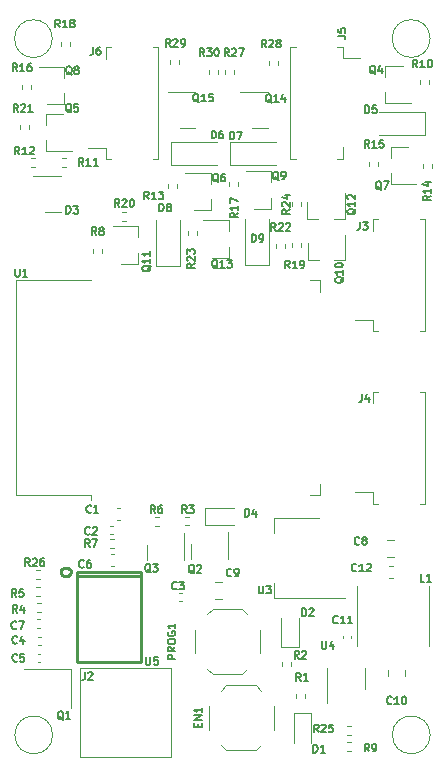
<source format=gbr>
G04 #@! TF.GenerationSoftware,KiCad,Pcbnew,6.0.4-6f826c9f35~116~ubuntu20.04.1*
G04 #@! TF.CreationDate,2022-06-15T17:18:02-05:00*
G04 #@! TF.ProjectId,strike-controller,73747269-6b65-42d6-936f-6e74726f6c6c,rev?*
G04 #@! TF.SameCoordinates,Original*
G04 #@! TF.FileFunction,Legend,Top*
G04 #@! TF.FilePolarity,Positive*
%FSLAX46Y46*%
G04 Gerber Fmt 4.6, Leading zero omitted, Abs format (unit mm)*
G04 Created by KiCad (PCBNEW 6.0.4-6f826c9f35~116~ubuntu20.04.1) date 2022-06-15 17:18:02*
%MOMM*%
%LPD*%
G01*
G04 APERTURE LIST*
%ADD10C,0.150000*%
%ADD11C,0.162500*%
%ADD12C,0.254000*%
%ADD13C,0.120000*%
G04 APERTURE END LIST*
D10*
X160911666Y-117304047D02*
X160695000Y-116994523D01*
X160540238Y-117304047D02*
X160540238Y-116654047D01*
X160787857Y-116654047D01*
X160849761Y-116685000D01*
X160880714Y-116715952D01*
X160911666Y-116777857D01*
X160911666Y-116870714D01*
X160880714Y-116932619D01*
X160849761Y-116963571D01*
X160787857Y-116994523D01*
X160540238Y-116994523D01*
X161221190Y-117304047D02*
X161345000Y-117304047D01*
X161406904Y-117273095D01*
X161437857Y-117242142D01*
X161499761Y-117149285D01*
X161530714Y-117025476D01*
X161530714Y-116777857D01*
X161499761Y-116715952D01*
X161468809Y-116685000D01*
X161406904Y-116654047D01*
X161283095Y-116654047D01*
X161221190Y-116685000D01*
X161190238Y-116715952D01*
X161159285Y-116777857D01*
X161159285Y-116932619D01*
X161190238Y-116994523D01*
X161221190Y-117025476D01*
X161283095Y-117056428D01*
X161406904Y-117056428D01*
X161468809Y-117025476D01*
X161499761Y-116994523D01*
X161530714Y-116932619D01*
X137386666Y-97037142D02*
X137355714Y-97068095D01*
X137262857Y-97099047D01*
X137200952Y-97099047D01*
X137108095Y-97068095D01*
X137046190Y-97006190D01*
X137015238Y-96944285D01*
X136984285Y-96820476D01*
X136984285Y-96727619D01*
X137015238Y-96603809D01*
X137046190Y-96541904D01*
X137108095Y-96480000D01*
X137200952Y-96449047D01*
X137262857Y-96449047D01*
X137355714Y-96480000D01*
X137386666Y-96510952D01*
X138005714Y-97099047D02*
X137634285Y-97099047D01*
X137820000Y-97099047D02*
X137820000Y-96449047D01*
X137758095Y-96541904D01*
X137696190Y-96603809D01*
X137634285Y-96634761D01*
X160109166Y-99732142D02*
X160078214Y-99763095D01*
X159985357Y-99794047D01*
X159923452Y-99794047D01*
X159830595Y-99763095D01*
X159768690Y-99701190D01*
X159737738Y-99639285D01*
X159706785Y-99515476D01*
X159706785Y-99422619D01*
X159737738Y-99298809D01*
X159768690Y-99236904D01*
X159830595Y-99175000D01*
X159923452Y-99144047D01*
X159985357Y-99144047D01*
X160078214Y-99175000D01*
X160109166Y-99205952D01*
X160480595Y-99422619D02*
X160418690Y-99391666D01*
X160387738Y-99360714D01*
X160356785Y-99298809D01*
X160356785Y-99267857D01*
X160387738Y-99205952D01*
X160418690Y-99175000D01*
X160480595Y-99144047D01*
X160604404Y-99144047D01*
X160666309Y-99175000D01*
X160697261Y-99205952D01*
X160728214Y-99267857D01*
X160728214Y-99298809D01*
X160697261Y-99360714D01*
X160666309Y-99391666D01*
X160604404Y-99422619D01*
X160480595Y-99422619D01*
X160418690Y-99453571D01*
X160387738Y-99484523D01*
X160356785Y-99546428D01*
X160356785Y-99670238D01*
X160387738Y-99732142D01*
X160418690Y-99763095D01*
X160480595Y-99794047D01*
X160604404Y-99794047D01*
X160666309Y-99763095D01*
X160697261Y-99732142D01*
X160728214Y-99670238D01*
X160728214Y-99546428D01*
X160697261Y-99484523D01*
X160666309Y-99453571D01*
X160604404Y-99422619D01*
X149271666Y-102422142D02*
X149240714Y-102453095D01*
X149147857Y-102484047D01*
X149085952Y-102484047D01*
X148993095Y-102453095D01*
X148931190Y-102391190D01*
X148900238Y-102329285D01*
X148869285Y-102205476D01*
X148869285Y-102112619D01*
X148900238Y-101988809D01*
X148931190Y-101926904D01*
X148993095Y-101865000D01*
X149085952Y-101834047D01*
X149147857Y-101834047D01*
X149240714Y-101865000D01*
X149271666Y-101895952D01*
X149581190Y-102484047D02*
X149705000Y-102484047D01*
X149766904Y-102453095D01*
X149797857Y-102422142D01*
X149859761Y-102329285D01*
X149890714Y-102205476D01*
X149890714Y-101957857D01*
X149859761Y-101895952D01*
X149828809Y-101865000D01*
X149766904Y-101834047D01*
X149643095Y-101834047D01*
X149581190Y-101865000D01*
X149550238Y-101895952D01*
X149519285Y-101957857D01*
X149519285Y-102112619D01*
X149550238Y-102174523D01*
X149581190Y-102205476D01*
X149643095Y-102236428D01*
X149766904Y-102236428D01*
X149828809Y-102205476D01*
X149859761Y-102174523D01*
X149890714Y-102112619D01*
X155230238Y-105824047D02*
X155230238Y-105174047D01*
X155385000Y-105174047D01*
X155477857Y-105205000D01*
X155539761Y-105266904D01*
X155570714Y-105328809D01*
X155601666Y-105452619D01*
X155601666Y-105545476D01*
X155570714Y-105669285D01*
X155539761Y-105731190D01*
X155477857Y-105793095D01*
X155385000Y-105824047D01*
X155230238Y-105824047D01*
X155849285Y-105235952D02*
X155880238Y-105205000D01*
X155942142Y-105174047D01*
X156096904Y-105174047D01*
X156158809Y-105205000D01*
X156189761Y-105235952D01*
X156220714Y-105297857D01*
X156220714Y-105359761D01*
X156189761Y-105452619D01*
X155818333Y-105824047D01*
X156220714Y-105824047D01*
X150410238Y-97414047D02*
X150410238Y-96764047D01*
X150565000Y-96764047D01*
X150657857Y-96795000D01*
X150719761Y-96856904D01*
X150750714Y-96918809D01*
X150781666Y-97042619D01*
X150781666Y-97135476D01*
X150750714Y-97259285D01*
X150719761Y-97321190D01*
X150657857Y-97383095D01*
X150565000Y-97414047D01*
X150410238Y-97414047D01*
X151338809Y-96980714D02*
X151338809Y-97414047D01*
X151184047Y-96733095D02*
X151029285Y-97197380D01*
X151431666Y-97197380D01*
X160580238Y-63254047D02*
X160580238Y-62604047D01*
X160735000Y-62604047D01*
X160827857Y-62635000D01*
X160889761Y-62696904D01*
X160920714Y-62758809D01*
X160951666Y-62882619D01*
X160951666Y-62975476D01*
X160920714Y-63099285D01*
X160889761Y-63161190D01*
X160827857Y-63223095D01*
X160735000Y-63254047D01*
X160580238Y-63254047D01*
X161539761Y-62604047D02*
X161230238Y-62604047D01*
X161199285Y-62913571D01*
X161230238Y-62882619D01*
X161292142Y-62851666D01*
X161446904Y-62851666D01*
X161508809Y-62882619D01*
X161539761Y-62913571D01*
X161570714Y-62975476D01*
X161570714Y-63130238D01*
X161539761Y-63192142D01*
X161508809Y-63223095D01*
X161446904Y-63254047D01*
X161292142Y-63254047D01*
X161230238Y-63223095D01*
X161199285Y-63192142D01*
X147580238Y-65404047D02*
X147580238Y-64754047D01*
X147735000Y-64754047D01*
X147827857Y-64785000D01*
X147889761Y-64846904D01*
X147920714Y-64908809D01*
X147951666Y-65032619D01*
X147951666Y-65125476D01*
X147920714Y-65249285D01*
X147889761Y-65311190D01*
X147827857Y-65373095D01*
X147735000Y-65404047D01*
X147580238Y-65404047D01*
X148508809Y-64754047D02*
X148385000Y-64754047D01*
X148323095Y-64785000D01*
X148292142Y-64815952D01*
X148230238Y-64908809D01*
X148199285Y-65032619D01*
X148199285Y-65280238D01*
X148230238Y-65342142D01*
X148261190Y-65373095D01*
X148323095Y-65404047D01*
X148446904Y-65404047D01*
X148508809Y-65373095D01*
X148539761Y-65342142D01*
X148570714Y-65280238D01*
X148570714Y-65125476D01*
X148539761Y-65063571D01*
X148508809Y-65032619D01*
X148446904Y-65001666D01*
X148323095Y-65001666D01*
X148261190Y-65032619D01*
X148230238Y-65063571D01*
X148199285Y-65125476D01*
X143160238Y-71564047D02*
X143160238Y-70914047D01*
X143315000Y-70914047D01*
X143407857Y-70945000D01*
X143469761Y-71006904D01*
X143500714Y-71068809D01*
X143531666Y-71192619D01*
X143531666Y-71285476D01*
X143500714Y-71409285D01*
X143469761Y-71471190D01*
X143407857Y-71533095D01*
X143315000Y-71564047D01*
X143160238Y-71564047D01*
X143903095Y-71192619D02*
X143841190Y-71161666D01*
X143810238Y-71130714D01*
X143779285Y-71068809D01*
X143779285Y-71037857D01*
X143810238Y-70975952D01*
X143841190Y-70945000D01*
X143903095Y-70914047D01*
X144026904Y-70914047D01*
X144088809Y-70945000D01*
X144119761Y-70975952D01*
X144150714Y-71037857D01*
X144150714Y-71068809D01*
X144119761Y-71130714D01*
X144088809Y-71161666D01*
X144026904Y-71192619D01*
X143903095Y-71192619D01*
X143841190Y-71223571D01*
X143810238Y-71254523D01*
X143779285Y-71316428D01*
X143779285Y-71440238D01*
X143810238Y-71502142D01*
X143841190Y-71533095D01*
X143903095Y-71564047D01*
X144026904Y-71564047D01*
X144088809Y-71533095D01*
X144119761Y-71502142D01*
X144150714Y-71440238D01*
X144150714Y-71316428D01*
X144119761Y-71254523D01*
X144088809Y-71223571D01*
X144026904Y-71192619D01*
X150970238Y-74174047D02*
X150970238Y-73524047D01*
X151125000Y-73524047D01*
X151217857Y-73555000D01*
X151279761Y-73616904D01*
X151310714Y-73678809D01*
X151341666Y-73802619D01*
X151341666Y-73895476D01*
X151310714Y-74019285D01*
X151279761Y-74081190D01*
X151217857Y-74143095D01*
X151125000Y-74174047D01*
X150970238Y-74174047D01*
X151651190Y-74174047D02*
X151775000Y-74174047D01*
X151836904Y-74143095D01*
X151867857Y-74112142D01*
X151929761Y-74019285D01*
X151960714Y-73895476D01*
X151960714Y-73647857D01*
X151929761Y-73585952D01*
X151898809Y-73555000D01*
X151836904Y-73524047D01*
X151713095Y-73524047D01*
X151651190Y-73555000D01*
X151620238Y-73585952D01*
X151589285Y-73647857D01*
X151589285Y-73802619D01*
X151620238Y-73864523D01*
X151651190Y-73895476D01*
X151713095Y-73926428D01*
X151836904Y-73926428D01*
X151898809Y-73895476D01*
X151929761Y-73864523D01*
X151960714Y-73802619D01*
X161453095Y-59940952D02*
X161391190Y-59910000D01*
X161329285Y-59848095D01*
X161236428Y-59755238D01*
X161174523Y-59724285D01*
X161112619Y-59724285D01*
X161143571Y-59879047D02*
X161081666Y-59848095D01*
X161019761Y-59786190D01*
X160988809Y-59662380D01*
X160988809Y-59445714D01*
X161019761Y-59321904D01*
X161081666Y-59260000D01*
X161143571Y-59229047D01*
X161267380Y-59229047D01*
X161329285Y-59260000D01*
X161391190Y-59321904D01*
X161422142Y-59445714D01*
X161422142Y-59662380D01*
X161391190Y-59786190D01*
X161329285Y-59848095D01*
X161267380Y-59879047D01*
X161143571Y-59879047D01*
X161979285Y-59445714D02*
X161979285Y-59879047D01*
X161824523Y-59198095D02*
X161669761Y-59662380D01*
X162072142Y-59662380D01*
X135718095Y-63185952D02*
X135656190Y-63155000D01*
X135594285Y-63093095D01*
X135501428Y-63000238D01*
X135439523Y-62969285D01*
X135377619Y-62969285D01*
X135408571Y-63124047D02*
X135346666Y-63093095D01*
X135284761Y-63031190D01*
X135253809Y-62907380D01*
X135253809Y-62690714D01*
X135284761Y-62566904D01*
X135346666Y-62505000D01*
X135408571Y-62474047D01*
X135532380Y-62474047D01*
X135594285Y-62505000D01*
X135656190Y-62566904D01*
X135687142Y-62690714D01*
X135687142Y-62907380D01*
X135656190Y-63031190D01*
X135594285Y-63093095D01*
X135532380Y-63124047D01*
X135408571Y-63124047D01*
X136275238Y-62474047D02*
X135965714Y-62474047D01*
X135934761Y-62783571D01*
X135965714Y-62752619D01*
X136027619Y-62721666D01*
X136182380Y-62721666D01*
X136244285Y-62752619D01*
X136275238Y-62783571D01*
X136306190Y-62845476D01*
X136306190Y-63000238D01*
X136275238Y-63062142D01*
X136244285Y-63093095D01*
X136182380Y-63124047D01*
X136027619Y-63124047D01*
X135965714Y-63093095D01*
X135934761Y-63062142D01*
X148168095Y-69105952D02*
X148106190Y-69075000D01*
X148044285Y-69013095D01*
X147951428Y-68920238D01*
X147889523Y-68889285D01*
X147827619Y-68889285D01*
X147858571Y-69044047D02*
X147796666Y-69013095D01*
X147734761Y-68951190D01*
X147703809Y-68827380D01*
X147703809Y-68610714D01*
X147734761Y-68486904D01*
X147796666Y-68425000D01*
X147858571Y-68394047D01*
X147982380Y-68394047D01*
X148044285Y-68425000D01*
X148106190Y-68486904D01*
X148137142Y-68610714D01*
X148137142Y-68827380D01*
X148106190Y-68951190D01*
X148044285Y-69013095D01*
X147982380Y-69044047D01*
X147858571Y-69044047D01*
X148694285Y-68394047D02*
X148570476Y-68394047D01*
X148508571Y-68425000D01*
X148477619Y-68455952D01*
X148415714Y-68548809D01*
X148384761Y-68672619D01*
X148384761Y-68920238D01*
X148415714Y-68982142D01*
X148446666Y-69013095D01*
X148508571Y-69044047D01*
X148632380Y-69044047D01*
X148694285Y-69013095D01*
X148725238Y-68982142D01*
X148756190Y-68920238D01*
X148756190Y-68765476D01*
X148725238Y-68703571D01*
X148694285Y-68672619D01*
X148632380Y-68641666D01*
X148508571Y-68641666D01*
X148446666Y-68672619D01*
X148415714Y-68703571D01*
X148384761Y-68765476D01*
X161968095Y-69735952D02*
X161906190Y-69705000D01*
X161844285Y-69643095D01*
X161751428Y-69550238D01*
X161689523Y-69519285D01*
X161627619Y-69519285D01*
X161658571Y-69674047D02*
X161596666Y-69643095D01*
X161534761Y-69581190D01*
X161503809Y-69457380D01*
X161503809Y-69240714D01*
X161534761Y-69116904D01*
X161596666Y-69055000D01*
X161658571Y-69024047D01*
X161782380Y-69024047D01*
X161844285Y-69055000D01*
X161906190Y-69116904D01*
X161937142Y-69240714D01*
X161937142Y-69457380D01*
X161906190Y-69581190D01*
X161844285Y-69643095D01*
X161782380Y-69674047D01*
X161658571Y-69674047D01*
X162153809Y-69024047D02*
X162587142Y-69024047D01*
X162308571Y-69674047D01*
X135758095Y-60005952D02*
X135696190Y-59975000D01*
X135634285Y-59913095D01*
X135541428Y-59820238D01*
X135479523Y-59789285D01*
X135417619Y-59789285D01*
X135448571Y-59944047D02*
X135386666Y-59913095D01*
X135324761Y-59851190D01*
X135293809Y-59727380D01*
X135293809Y-59510714D01*
X135324761Y-59386904D01*
X135386666Y-59325000D01*
X135448571Y-59294047D01*
X135572380Y-59294047D01*
X135634285Y-59325000D01*
X135696190Y-59386904D01*
X135727142Y-59510714D01*
X135727142Y-59727380D01*
X135696190Y-59851190D01*
X135634285Y-59913095D01*
X135572380Y-59944047D01*
X135448571Y-59944047D01*
X136098571Y-59572619D02*
X136036666Y-59541666D01*
X136005714Y-59510714D01*
X135974761Y-59448809D01*
X135974761Y-59417857D01*
X136005714Y-59355952D01*
X136036666Y-59325000D01*
X136098571Y-59294047D01*
X136222380Y-59294047D01*
X136284285Y-59325000D01*
X136315238Y-59355952D01*
X136346190Y-59417857D01*
X136346190Y-59448809D01*
X136315238Y-59510714D01*
X136284285Y-59541666D01*
X136222380Y-59572619D01*
X136098571Y-59572619D01*
X136036666Y-59603571D01*
X136005714Y-59634523D01*
X135974761Y-59696428D01*
X135974761Y-59820238D01*
X136005714Y-59882142D01*
X136036666Y-59913095D01*
X136098571Y-59944047D01*
X136222380Y-59944047D01*
X136284285Y-59913095D01*
X136315238Y-59882142D01*
X136346190Y-59820238D01*
X136346190Y-59696428D01*
X136315238Y-59634523D01*
X136284285Y-59603571D01*
X136222380Y-59572619D01*
X153258095Y-68915952D02*
X153196190Y-68885000D01*
X153134285Y-68823095D01*
X153041428Y-68730238D01*
X152979523Y-68699285D01*
X152917619Y-68699285D01*
X152948571Y-68854047D02*
X152886666Y-68823095D01*
X152824761Y-68761190D01*
X152793809Y-68637380D01*
X152793809Y-68420714D01*
X152824761Y-68296904D01*
X152886666Y-68235000D01*
X152948571Y-68204047D01*
X153072380Y-68204047D01*
X153134285Y-68235000D01*
X153196190Y-68296904D01*
X153227142Y-68420714D01*
X153227142Y-68637380D01*
X153196190Y-68761190D01*
X153134285Y-68823095D01*
X153072380Y-68854047D01*
X152948571Y-68854047D01*
X153536666Y-68854047D02*
X153660476Y-68854047D01*
X153722380Y-68823095D01*
X153753333Y-68792142D01*
X153815238Y-68699285D01*
X153846190Y-68575476D01*
X153846190Y-68327857D01*
X153815238Y-68265952D01*
X153784285Y-68235000D01*
X153722380Y-68204047D01*
X153598571Y-68204047D01*
X153536666Y-68235000D01*
X153505714Y-68265952D01*
X153474761Y-68327857D01*
X153474761Y-68482619D01*
X153505714Y-68544523D01*
X153536666Y-68575476D01*
X153598571Y-68606428D01*
X153722380Y-68606428D01*
X153784285Y-68575476D01*
X153815238Y-68544523D01*
X153846190Y-68482619D01*
X158755952Y-77141428D02*
X158725000Y-77203333D01*
X158663095Y-77265238D01*
X158570238Y-77358095D01*
X158539285Y-77420000D01*
X158539285Y-77481904D01*
X158694047Y-77450952D02*
X158663095Y-77512857D01*
X158601190Y-77574761D01*
X158477380Y-77605714D01*
X158260714Y-77605714D01*
X158136904Y-77574761D01*
X158075000Y-77512857D01*
X158044047Y-77450952D01*
X158044047Y-77327142D01*
X158075000Y-77265238D01*
X158136904Y-77203333D01*
X158260714Y-77172380D01*
X158477380Y-77172380D01*
X158601190Y-77203333D01*
X158663095Y-77265238D01*
X158694047Y-77327142D01*
X158694047Y-77450952D01*
X158694047Y-76553333D02*
X158694047Y-76924761D01*
X158694047Y-76739047D02*
X158044047Y-76739047D01*
X158136904Y-76800952D01*
X158198809Y-76862857D01*
X158229761Y-76924761D01*
X158044047Y-76150952D02*
X158044047Y-76089047D01*
X158075000Y-76027142D01*
X158105952Y-75996190D01*
X158167857Y-75965238D01*
X158291666Y-75934285D01*
X158446428Y-75934285D01*
X158570238Y-75965238D01*
X158632142Y-75996190D01*
X158663095Y-76027142D01*
X158694047Y-76089047D01*
X158694047Y-76150952D01*
X158663095Y-76212857D01*
X158632142Y-76243809D01*
X158570238Y-76274761D01*
X158446428Y-76305714D01*
X158291666Y-76305714D01*
X158167857Y-76274761D01*
X158105952Y-76243809D01*
X158075000Y-76212857D01*
X158044047Y-76150952D01*
X142435952Y-76171428D02*
X142405000Y-76233333D01*
X142343095Y-76295238D01*
X142250238Y-76388095D01*
X142219285Y-76450000D01*
X142219285Y-76511904D01*
X142374047Y-76480952D02*
X142343095Y-76542857D01*
X142281190Y-76604761D01*
X142157380Y-76635714D01*
X141940714Y-76635714D01*
X141816904Y-76604761D01*
X141755000Y-76542857D01*
X141724047Y-76480952D01*
X141724047Y-76357142D01*
X141755000Y-76295238D01*
X141816904Y-76233333D01*
X141940714Y-76202380D01*
X142157380Y-76202380D01*
X142281190Y-76233333D01*
X142343095Y-76295238D01*
X142374047Y-76357142D01*
X142374047Y-76480952D01*
X142374047Y-75583333D02*
X142374047Y-75954761D01*
X142374047Y-75769047D02*
X141724047Y-75769047D01*
X141816904Y-75830952D01*
X141878809Y-75892857D01*
X141909761Y-75954761D01*
X142374047Y-74964285D02*
X142374047Y-75335714D01*
X142374047Y-75150000D02*
X141724047Y-75150000D01*
X141816904Y-75211904D01*
X141878809Y-75273809D01*
X141909761Y-75335714D01*
X159795952Y-71361428D02*
X159765000Y-71423333D01*
X159703095Y-71485238D01*
X159610238Y-71578095D01*
X159579285Y-71640000D01*
X159579285Y-71701904D01*
X159734047Y-71670952D02*
X159703095Y-71732857D01*
X159641190Y-71794761D01*
X159517380Y-71825714D01*
X159300714Y-71825714D01*
X159176904Y-71794761D01*
X159115000Y-71732857D01*
X159084047Y-71670952D01*
X159084047Y-71547142D01*
X159115000Y-71485238D01*
X159176904Y-71423333D01*
X159300714Y-71392380D01*
X159517380Y-71392380D01*
X159641190Y-71423333D01*
X159703095Y-71485238D01*
X159734047Y-71547142D01*
X159734047Y-71670952D01*
X159734047Y-70773333D02*
X159734047Y-71144761D01*
X159734047Y-70959047D02*
X159084047Y-70959047D01*
X159176904Y-71020952D01*
X159238809Y-71082857D01*
X159269761Y-71144761D01*
X159145952Y-70525714D02*
X159115000Y-70494761D01*
X159084047Y-70432857D01*
X159084047Y-70278095D01*
X159115000Y-70216190D01*
X159145952Y-70185238D01*
X159207857Y-70154285D01*
X159269761Y-70154285D01*
X159362619Y-70185238D01*
X159734047Y-70556666D01*
X159734047Y-70154285D01*
X148098571Y-76395952D02*
X148036666Y-76365000D01*
X147974761Y-76303095D01*
X147881904Y-76210238D01*
X147820000Y-76179285D01*
X147758095Y-76179285D01*
X147789047Y-76334047D02*
X147727142Y-76303095D01*
X147665238Y-76241190D01*
X147634285Y-76117380D01*
X147634285Y-75900714D01*
X147665238Y-75776904D01*
X147727142Y-75715000D01*
X147789047Y-75684047D01*
X147912857Y-75684047D01*
X147974761Y-75715000D01*
X148036666Y-75776904D01*
X148067619Y-75900714D01*
X148067619Y-76117380D01*
X148036666Y-76241190D01*
X147974761Y-76303095D01*
X147912857Y-76334047D01*
X147789047Y-76334047D01*
X148686666Y-76334047D02*
X148315238Y-76334047D01*
X148500952Y-76334047D02*
X148500952Y-75684047D01*
X148439047Y-75776904D01*
X148377142Y-75838809D01*
X148315238Y-75869761D01*
X148903333Y-75684047D02*
X149305714Y-75684047D01*
X149089047Y-75931666D01*
X149181904Y-75931666D01*
X149243809Y-75962619D01*
X149274761Y-75993571D01*
X149305714Y-76055476D01*
X149305714Y-76210238D01*
X149274761Y-76272142D01*
X149243809Y-76303095D01*
X149181904Y-76334047D01*
X148996190Y-76334047D01*
X148934285Y-76303095D01*
X148903333Y-76272142D01*
X165002142Y-59384047D02*
X164785476Y-59074523D01*
X164630714Y-59384047D02*
X164630714Y-58734047D01*
X164878333Y-58734047D01*
X164940238Y-58765000D01*
X164971190Y-58795952D01*
X165002142Y-58857857D01*
X165002142Y-58950714D01*
X164971190Y-59012619D01*
X164940238Y-59043571D01*
X164878333Y-59074523D01*
X164630714Y-59074523D01*
X165621190Y-59384047D02*
X165249761Y-59384047D01*
X165435476Y-59384047D02*
X165435476Y-58734047D01*
X165373571Y-58826904D01*
X165311666Y-58888809D01*
X165249761Y-58919761D01*
X166023571Y-58734047D02*
X166085476Y-58734047D01*
X166147380Y-58765000D01*
X166178333Y-58795952D01*
X166209285Y-58857857D01*
X166240238Y-58981666D01*
X166240238Y-59136428D01*
X166209285Y-59260238D01*
X166178333Y-59322142D01*
X166147380Y-59353095D01*
X166085476Y-59384047D01*
X166023571Y-59384047D01*
X165961666Y-59353095D01*
X165930714Y-59322142D01*
X165899761Y-59260238D01*
X165868809Y-59136428D01*
X165868809Y-58981666D01*
X165899761Y-58857857D01*
X165930714Y-58795952D01*
X165961666Y-58765000D01*
X166023571Y-58734047D01*
X136722142Y-67704047D02*
X136505476Y-67394523D01*
X136350714Y-67704047D02*
X136350714Y-67054047D01*
X136598333Y-67054047D01*
X136660238Y-67085000D01*
X136691190Y-67115952D01*
X136722142Y-67177857D01*
X136722142Y-67270714D01*
X136691190Y-67332619D01*
X136660238Y-67363571D01*
X136598333Y-67394523D01*
X136350714Y-67394523D01*
X137341190Y-67704047D02*
X136969761Y-67704047D01*
X137155476Y-67704047D02*
X137155476Y-67054047D01*
X137093571Y-67146904D01*
X137031666Y-67208809D01*
X136969761Y-67239761D01*
X137960238Y-67704047D02*
X137588809Y-67704047D01*
X137774523Y-67704047D02*
X137774523Y-67054047D01*
X137712619Y-67146904D01*
X137650714Y-67208809D01*
X137588809Y-67239761D01*
X131322142Y-66754047D02*
X131105476Y-66444523D01*
X130950714Y-66754047D02*
X130950714Y-66104047D01*
X131198333Y-66104047D01*
X131260238Y-66135000D01*
X131291190Y-66165952D01*
X131322142Y-66227857D01*
X131322142Y-66320714D01*
X131291190Y-66382619D01*
X131260238Y-66413571D01*
X131198333Y-66444523D01*
X130950714Y-66444523D01*
X131941190Y-66754047D02*
X131569761Y-66754047D01*
X131755476Y-66754047D02*
X131755476Y-66104047D01*
X131693571Y-66196904D01*
X131631666Y-66258809D01*
X131569761Y-66289761D01*
X132188809Y-66165952D02*
X132219761Y-66135000D01*
X132281666Y-66104047D01*
X132436428Y-66104047D01*
X132498333Y-66135000D01*
X132529285Y-66165952D01*
X132560238Y-66227857D01*
X132560238Y-66289761D01*
X132529285Y-66382619D01*
X132157857Y-66754047D01*
X132560238Y-66754047D01*
X142262142Y-70544047D02*
X142045476Y-70234523D01*
X141890714Y-70544047D02*
X141890714Y-69894047D01*
X142138333Y-69894047D01*
X142200238Y-69925000D01*
X142231190Y-69955952D01*
X142262142Y-70017857D01*
X142262142Y-70110714D01*
X142231190Y-70172619D01*
X142200238Y-70203571D01*
X142138333Y-70234523D01*
X141890714Y-70234523D01*
X142881190Y-70544047D02*
X142509761Y-70544047D01*
X142695476Y-70544047D02*
X142695476Y-69894047D01*
X142633571Y-69986904D01*
X142571666Y-70048809D01*
X142509761Y-70079761D01*
X143097857Y-69894047D02*
X143500238Y-69894047D01*
X143283571Y-70141666D01*
X143376428Y-70141666D01*
X143438333Y-70172619D01*
X143469285Y-70203571D01*
X143500238Y-70265476D01*
X143500238Y-70420238D01*
X143469285Y-70482142D01*
X143438333Y-70513095D01*
X143376428Y-70544047D01*
X143190714Y-70544047D01*
X143128809Y-70513095D01*
X143097857Y-70482142D01*
X166124047Y-70267857D02*
X165814523Y-70484523D01*
X166124047Y-70639285D02*
X165474047Y-70639285D01*
X165474047Y-70391666D01*
X165505000Y-70329761D01*
X165535952Y-70298809D01*
X165597857Y-70267857D01*
X165690714Y-70267857D01*
X165752619Y-70298809D01*
X165783571Y-70329761D01*
X165814523Y-70391666D01*
X165814523Y-70639285D01*
X166124047Y-69648809D02*
X166124047Y-70020238D01*
X166124047Y-69834523D02*
X165474047Y-69834523D01*
X165566904Y-69896428D01*
X165628809Y-69958333D01*
X165659761Y-70020238D01*
X165690714Y-69091666D02*
X166124047Y-69091666D01*
X165443095Y-69246428D02*
X165907380Y-69401190D01*
X165907380Y-68998809D01*
X160932142Y-66194047D02*
X160715476Y-65884523D01*
X160560714Y-66194047D02*
X160560714Y-65544047D01*
X160808333Y-65544047D01*
X160870238Y-65575000D01*
X160901190Y-65605952D01*
X160932142Y-65667857D01*
X160932142Y-65760714D01*
X160901190Y-65822619D01*
X160870238Y-65853571D01*
X160808333Y-65884523D01*
X160560714Y-65884523D01*
X161551190Y-66194047D02*
X161179761Y-66194047D01*
X161365476Y-66194047D02*
X161365476Y-65544047D01*
X161303571Y-65636904D01*
X161241666Y-65698809D01*
X161179761Y-65729761D01*
X162139285Y-65544047D02*
X161829761Y-65544047D01*
X161798809Y-65853571D01*
X161829761Y-65822619D01*
X161891666Y-65791666D01*
X162046428Y-65791666D01*
X162108333Y-65822619D01*
X162139285Y-65853571D01*
X162170238Y-65915476D01*
X162170238Y-66070238D01*
X162139285Y-66132142D01*
X162108333Y-66163095D01*
X162046428Y-66194047D01*
X161891666Y-66194047D01*
X161829761Y-66163095D01*
X161798809Y-66132142D01*
X131122142Y-59694047D02*
X130905476Y-59384523D01*
X130750714Y-59694047D02*
X130750714Y-59044047D01*
X130998333Y-59044047D01*
X131060238Y-59075000D01*
X131091190Y-59105952D01*
X131122142Y-59167857D01*
X131122142Y-59260714D01*
X131091190Y-59322619D01*
X131060238Y-59353571D01*
X130998333Y-59384523D01*
X130750714Y-59384523D01*
X131741190Y-59694047D02*
X131369761Y-59694047D01*
X131555476Y-59694047D02*
X131555476Y-59044047D01*
X131493571Y-59136904D01*
X131431666Y-59198809D01*
X131369761Y-59229761D01*
X132298333Y-59044047D02*
X132174523Y-59044047D01*
X132112619Y-59075000D01*
X132081666Y-59105952D01*
X132019761Y-59198809D01*
X131988809Y-59322619D01*
X131988809Y-59570238D01*
X132019761Y-59632142D01*
X132050714Y-59663095D01*
X132112619Y-59694047D01*
X132236428Y-59694047D01*
X132298333Y-59663095D01*
X132329285Y-59632142D01*
X132360238Y-59570238D01*
X132360238Y-59415476D01*
X132329285Y-59353571D01*
X132298333Y-59322619D01*
X132236428Y-59291666D01*
X132112619Y-59291666D01*
X132050714Y-59322619D01*
X132019761Y-59353571D01*
X131988809Y-59415476D01*
X149784047Y-71717857D02*
X149474523Y-71934523D01*
X149784047Y-72089285D02*
X149134047Y-72089285D01*
X149134047Y-71841666D01*
X149165000Y-71779761D01*
X149195952Y-71748809D01*
X149257857Y-71717857D01*
X149350714Y-71717857D01*
X149412619Y-71748809D01*
X149443571Y-71779761D01*
X149474523Y-71841666D01*
X149474523Y-72089285D01*
X149784047Y-71098809D02*
X149784047Y-71470238D01*
X149784047Y-71284523D02*
X149134047Y-71284523D01*
X149226904Y-71346428D01*
X149288809Y-71408333D01*
X149319761Y-71470238D01*
X149134047Y-70882142D02*
X149134047Y-70448809D01*
X149784047Y-70727380D01*
X134742142Y-55991547D02*
X134525476Y-55682023D01*
X134370714Y-55991547D02*
X134370714Y-55341547D01*
X134618333Y-55341547D01*
X134680238Y-55372500D01*
X134711190Y-55403452D01*
X134742142Y-55465357D01*
X134742142Y-55558214D01*
X134711190Y-55620119D01*
X134680238Y-55651071D01*
X134618333Y-55682023D01*
X134370714Y-55682023D01*
X135361190Y-55991547D02*
X134989761Y-55991547D01*
X135175476Y-55991547D02*
X135175476Y-55341547D01*
X135113571Y-55434404D01*
X135051666Y-55496309D01*
X134989761Y-55527261D01*
X135732619Y-55620119D02*
X135670714Y-55589166D01*
X135639761Y-55558214D01*
X135608809Y-55496309D01*
X135608809Y-55465357D01*
X135639761Y-55403452D01*
X135670714Y-55372500D01*
X135732619Y-55341547D01*
X135856428Y-55341547D01*
X135918333Y-55372500D01*
X135949285Y-55403452D01*
X135980238Y-55465357D01*
X135980238Y-55496309D01*
X135949285Y-55558214D01*
X135918333Y-55589166D01*
X135856428Y-55620119D01*
X135732619Y-55620119D01*
X135670714Y-55651071D01*
X135639761Y-55682023D01*
X135608809Y-55743928D01*
X135608809Y-55867738D01*
X135639761Y-55929642D01*
X135670714Y-55960595D01*
X135732619Y-55991547D01*
X135856428Y-55991547D01*
X135918333Y-55960595D01*
X135949285Y-55929642D01*
X135980238Y-55867738D01*
X135980238Y-55743928D01*
X135949285Y-55682023D01*
X135918333Y-55651071D01*
X135856428Y-55620119D01*
X139782142Y-71194047D02*
X139565476Y-70884523D01*
X139410714Y-71194047D02*
X139410714Y-70544047D01*
X139658333Y-70544047D01*
X139720238Y-70575000D01*
X139751190Y-70605952D01*
X139782142Y-70667857D01*
X139782142Y-70760714D01*
X139751190Y-70822619D01*
X139720238Y-70853571D01*
X139658333Y-70884523D01*
X139410714Y-70884523D01*
X140029761Y-70605952D02*
X140060714Y-70575000D01*
X140122619Y-70544047D01*
X140277380Y-70544047D01*
X140339285Y-70575000D01*
X140370238Y-70605952D01*
X140401190Y-70667857D01*
X140401190Y-70729761D01*
X140370238Y-70822619D01*
X139998809Y-71194047D01*
X140401190Y-71194047D01*
X140803571Y-70544047D02*
X140865476Y-70544047D01*
X140927380Y-70575000D01*
X140958333Y-70605952D01*
X140989285Y-70667857D01*
X141020238Y-70791666D01*
X141020238Y-70946428D01*
X140989285Y-71070238D01*
X140958333Y-71132142D01*
X140927380Y-71163095D01*
X140865476Y-71194047D01*
X140803571Y-71194047D01*
X140741666Y-71163095D01*
X140710714Y-71132142D01*
X140679761Y-71070238D01*
X140648809Y-70946428D01*
X140648809Y-70791666D01*
X140679761Y-70667857D01*
X140710714Y-70605952D01*
X140741666Y-70575000D01*
X140803571Y-70544047D01*
X131202142Y-63151547D02*
X130985476Y-62842023D01*
X130830714Y-63151547D02*
X130830714Y-62501547D01*
X131078333Y-62501547D01*
X131140238Y-62532500D01*
X131171190Y-62563452D01*
X131202142Y-62625357D01*
X131202142Y-62718214D01*
X131171190Y-62780119D01*
X131140238Y-62811071D01*
X131078333Y-62842023D01*
X130830714Y-62842023D01*
X131449761Y-62563452D02*
X131480714Y-62532500D01*
X131542619Y-62501547D01*
X131697380Y-62501547D01*
X131759285Y-62532500D01*
X131790238Y-62563452D01*
X131821190Y-62625357D01*
X131821190Y-62687261D01*
X131790238Y-62780119D01*
X131418809Y-63151547D01*
X131821190Y-63151547D01*
X132440238Y-63151547D02*
X132068809Y-63151547D01*
X132254523Y-63151547D02*
X132254523Y-62501547D01*
X132192619Y-62594404D01*
X132130714Y-62656309D01*
X132068809Y-62687261D01*
X153022142Y-73204047D02*
X152805476Y-72894523D01*
X152650714Y-73204047D02*
X152650714Y-72554047D01*
X152898333Y-72554047D01*
X152960238Y-72585000D01*
X152991190Y-72615952D01*
X153022142Y-72677857D01*
X153022142Y-72770714D01*
X152991190Y-72832619D01*
X152960238Y-72863571D01*
X152898333Y-72894523D01*
X152650714Y-72894523D01*
X153269761Y-72615952D02*
X153300714Y-72585000D01*
X153362619Y-72554047D01*
X153517380Y-72554047D01*
X153579285Y-72585000D01*
X153610238Y-72615952D01*
X153641190Y-72677857D01*
X153641190Y-72739761D01*
X153610238Y-72832619D01*
X153238809Y-73204047D01*
X153641190Y-73204047D01*
X153888809Y-72615952D02*
X153919761Y-72585000D01*
X153981666Y-72554047D01*
X154136428Y-72554047D01*
X154198333Y-72585000D01*
X154229285Y-72615952D01*
X154260238Y-72677857D01*
X154260238Y-72739761D01*
X154229285Y-72832619D01*
X153857857Y-73204047D01*
X154260238Y-73204047D01*
X146164047Y-75987857D02*
X145854523Y-76204523D01*
X146164047Y-76359285D02*
X145514047Y-76359285D01*
X145514047Y-76111666D01*
X145545000Y-76049761D01*
X145575952Y-76018809D01*
X145637857Y-75987857D01*
X145730714Y-75987857D01*
X145792619Y-76018809D01*
X145823571Y-76049761D01*
X145854523Y-76111666D01*
X145854523Y-76359285D01*
X145575952Y-75740238D02*
X145545000Y-75709285D01*
X145514047Y-75647380D01*
X145514047Y-75492619D01*
X145545000Y-75430714D01*
X145575952Y-75399761D01*
X145637857Y-75368809D01*
X145699761Y-75368809D01*
X145792619Y-75399761D01*
X146164047Y-75771190D01*
X146164047Y-75368809D01*
X145514047Y-75152142D02*
X145514047Y-74749761D01*
X145761666Y-74966428D01*
X145761666Y-74873571D01*
X145792619Y-74811666D01*
X145823571Y-74780714D01*
X145885476Y-74749761D01*
X146040238Y-74749761D01*
X146102142Y-74780714D01*
X146133095Y-74811666D01*
X146164047Y-74873571D01*
X146164047Y-75059285D01*
X146133095Y-75121190D01*
X146102142Y-75152142D01*
X151604761Y-103274047D02*
X151604761Y-103800238D01*
X151635714Y-103862142D01*
X151666666Y-103893095D01*
X151728571Y-103924047D01*
X151852380Y-103924047D01*
X151914285Y-103893095D01*
X151945238Y-103862142D01*
X151976190Y-103800238D01*
X151976190Y-103274047D01*
X152223809Y-103274047D02*
X152626190Y-103274047D01*
X152409523Y-103521666D01*
X152502380Y-103521666D01*
X152564285Y-103552619D01*
X152595238Y-103583571D01*
X152626190Y-103645476D01*
X152626190Y-103800238D01*
X152595238Y-103862142D01*
X152564285Y-103893095D01*
X152502380Y-103924047D01*
X152316666Y-103924047D01*
X152254761Y-103893095D01*
X152223809Y-103862142D01*
X146433571Y-115204285D02*
X146433571Y-114987619D01*
X146774047Y-114894761D02*
X146774047Y-115204285D01*
X146124047Y-115204285D01*
X146124047Y-114894761D01*
X146774047Y-114616190D02*
X146124047Y-114616190D01*
X146774047Y-114244761D01*
X146124047Y-114244761D01*
X146774047Y-113594761D02*
X146774047Y-113966190D01*
X146774047Y-113780476D02*
X146124047Y-113780476D01*
X146216904Y-113842380D01*
X146278809Y-113904285D01*
X146309761Y-113966190D01*
X144514047Y-109485238D02*
X143864047Y-109485238D01*
X143864047Y-109237619D01*
X143895000Y-109175714D01*
X143925952Y-109144761D01*
X143987857Y-109113809D01*
X144080714Y-109113809D01*
X144142619Y-109144761D01*
X144173571Y-109175714D01*
X144204523Y-109237619D01*
X144204523Y-109485238D01*
X144514047Y-108463809D02*
X144204523Y-108680476D01*
X144514047Y-108835238D02*
X143864047Y-108835238D01*
X143864047Y-108587619D01*
X143895000Y-108525714D01*
X143925952Y-108494761D01*
X143987857Y-108463809D01*
X144080714Y-108463809D01*
X144142619Y-108494761D01*
X144173571Y-108525714D01*
X144204523Y-108587619D01*
X144204523Y-108835238D01*
X143864047Y-108061428D02*
X143864047Y-107937619D01*
X143895000Y-107875714D01*
X143956904Y-107813809D01*
X144080714Y-107782857D01*
X144297380Y-107782857D01*
X144421190Y-107813809D01*
X144483095Y-107875714D01*
X144514047Y-107937619D01*
X144514047Y-108061428D01*
X144483095Y-108123333D01*
X144421190Y-108185238D01*
X144297380Y-108216190D01*
X144080714Y-108216190D01*
X143956904Y-108185238D01*
X143895000Y-108123333D01*
X143864047Y-108061428D01*
X143895000Y-107163809D02*
X143864047Y-107225714D01*
X143864047Y-107318571D01*
X143895000Y-107411428D01*
X143956904Y-107473333D01*
X144018809Y-107504285D01*
X144142619Y-107535238D01*
X144235476Y-107535238D01*
X144359285Y-107504285D01*
X144421190Y-107473333D01*
X144483095Y-107411428D01*
X144514047Y-107318571D01*
X144514047Y-107256666D01*
X144483095Y-107163809D01*
X144452142Y-107132857D01*
X144235476Y-107132857D01*
X144235476Y-107256666D01*
X144514047Y-106513809D02*
X144514047Y-106885238D01*
X144514047Y-106699523D02*
X143864047Y-106699523D01*
X143956904Y-106761428D01*
X144018809Y-106823333D01*
X144049761Y-106885238D01*
X130954761Y-76444047D02*
X130954761Y-76970238D01*
X130985714Y-77032142D01*
X131016666Y-77063095D01*
X131078571Y-77094047D01*
X131202380Y-77094047D01*
X131264285Y-77063095D01*
X131295238Y-77032142D01*
X131326190Y-76970238D01*
X131326190Y-76444047D01*
X131976190Y-77094047D02*
X131604761Y-77094047D01*
X131790476Y-77094047D02*
X131790476Y-76444047D01*
X131728571Y-76536904D01*
X131666666Y-76598809D01*
X131604761Y-76629761D01*
X155121666Y-111334047D02*
X154905000Y-111024523D01*
X154750238Y-111334047D02*
X154750238Y-110684047D01*
X154997857Y-110684047D01*
X155059761Y-110715000D01*
X155090714Y-110745952D01*
X155121666Y-110807857D01*
X155121666Y-110900714D01*
X155090714Y-110962619D01*
X155059761Y-110993571D01*
X154997857Y-111024523D01*
X154750238Y-111024523D01*
X155740714Y-111334047D02*
X155369285Y-111334047D01*
X155555000Y-111334047D02*
X155555000Y-110684047D01*
X155493095Y-110776904D01*
X155431190Y-110838809D01*
X155369285Y-110869761D01*
X137271666Y-98882142D02*
X137240714Y-98913095D01*
X137147857Y-98944047D01*
X137085952Y-98944047D01*
X136993095Y-98913095D01*
X136931190Y-98851190D01*
X136900238Y-98789285D01*
X136869285Y-98665476D01*
X136869285Y-98572619D01*
X136900238Y-98448809D01*
X136931190Y-98386904D01*
X136993095Y-98325000D01*
X137085952Y-98294047D01*
X137147857Y-98294047D01*
X137240714Y-98325000D01*
X137271666Y-98355952D01*
X137519285Y-98355952D02*
X137550238Y-98325000D01*
X137612142Y-98294047D01*
X137766904Y-98294047D01*
X137828809Y-98325000D01*
X137859761Y-98355952D01*
X137890714Y-98417857D01*
X137890714Y-98479761D01*
X137859761Y-98572619D01*
X137488333Y-98944047D01*
X137890714Y-98944047D01*
X144621666Y-103522142D02*
X144590714Y-103553095D01*
X144497857Y-103584047D01*
X144435952Y-103584047D01*
X144343095Y-103553095D01*
X144281190Y-103491190D01*
X144250238Y-103429285D01*
X144219285Y-103305476D01*
X144219285Y-103212619D01*
X144250238Y-103088809D01*
X144281190Y-103026904D01*
X144343095Y-102965000D01*
X144435952Y-102934047D01*
X144497857Y-102934047D01*
X144590714Y-102965000D01*
X144621666Y-102995952D01*
X144838333Y-102934047D02*
X145240714Y-102934047D01*
X145024047Y-103181666D01*
X145116904Y-103181666D01*
X145178809Y-103212619D01*
X145209761Y-103243571D01*
X145240714Y-103305476D01*
X145240714Y-103460238D01*
X145209761Y-103522142D01*
X145178809Y-103553095D01*
X145116904Y-103584047D01*
X144931190Y-103584047D01*
X144869285Y-103553095D01*
X144838333Y-103522142D01*
X154981666Y-109434047D02*
X154765000Y-109124523D01*
X154610238Y-109434047D02*
X154610238Y-108784047D01*
X154857857Y-108784047D01*
X154919761Y-108815000D01*
X154950714Y-108845952D01*
X154981666Y-108907857D01*
X154981666Y-109000714D01*
X154950714Y-109062619D01*
X154919761Y-109093571D01*
X154857857Y-109124523D01*
X154610238Y-109124523D01*
X155229285Y-108845952D02*
X155260238Y-108815000D01*
X155322142Y-108784047D01*
X155476904Y-108784047D01*
X155538809Y-108815000D01*
X155569761Y-108845952D01*
X155600714Y-108907857D01*
X155600714Y-108969761D01*
X155569761Y-109062619D01*
X155198333Y-109434047D01*
X155600714Y-109434047D01*
X154194047Y-71397857D02*
X153884523Y-71614523D01*
X154194047Y-71769285D02*
X153544047Y-71769285D01*
X153544047Y-71521666D01*
X153575000Y-71459761D01*
X153605952Y-71428809D01*
X153667857Y-71397857D01*
X153760714Y-71397857D01*
X153822619Y-71428809D01*
X153853571Y-71459761D01*
X153884523Y-71521666D01*
X153884523Y-71769285D01*
X153605952Y-71150238D02*
X153575000Y-71119285D01*
X153544047Y-71057380D01*
X153544047Y-70902619D01*
X153575000Y-70840714D01*
X153605952Y-70809761D01*
X153667857Y-70778809D01*
X153729761Y-70778809D01*
X153822619Y-70809761D01*
X154194047Y-71181190D01*
X154194047Y-70778809D01*
X153760714Y-70221666D02*
X154194047Y-70221666D01*
X153513095Y-70376428D02*
X153977380Y-70531190D01*
X153977380Y-70128809D01*
X156200238Y-117394047D02*
X156200238Y-116744047D01*
X156355000Y-116744047D01*
X156447857Y-116775000D01*
X156509761Y-116836904D01*
X156540714Y-116898809D01*
X156571666Y-117022619D01*
X156571666Y-117115476D01*
X156540714Y-117239285D01*
X156509761Y-117301190D01*
X156447857Y-117363095D01*
X156355000Y-117394047D01*
X156200238Y-117394047D01*
X157190714Y-117394047D02*
X156819285Y-117394047D01*
X157005000Y-117394047D02*
X157005000Y-116744047D01*
X156943095Y-116836904D01*
X156881190Y-116898809D01*
X156819285Y-116929761D01*
X160303333Y-87064047D02*
X160303333Y-87528333D01*
X160272380Y-87621190D01*
X160210476Y-87683095D01*
X160117619Y-87714047D01*
X160055714Y-87714047D01*
X160891428Y-87280714D02*
X160891428Y-87714047D01*
X160736666Y-87033095D02*
X160581904Y-87497380D01*
X160984285Y-87497380D01*
X137553333Y-57674047D02*
X137553333Y-58138333D01*
X137522380Y-58231190D01*
X137460476Y-58293095D01*
X137367619Y-58324047D01*
X137305714Y-58324047D01*
X138141428Y-57674047D02*
X138017619Y-57674047D01*
X137955714Y-57705000D01*
X137924761Y-57735952D01*
X137862857Y-57828809D01*
X137831904Y-57952619D01*
X137831904Y-58200238D01*
X137862857Y-58262142D01*
X137893809Y-58293095D01*
X137955714Y-58324047D01*
X138079523Y-58324047D01*
X138141428Y-58293095D01*
X138172380Y-58262142D01*
X138203333Y-58200238D01*
X138203333Y-58045476D01*
X138172380Y-57983571D01*
X138141428Y-57952619D01*
X138079523Y-57921666D01*
X137955714Y-57921666D01*
X137893809Y-57952619D01*
X137862857Y-57983571D01*
X137831904Y-58045476D01*
X149150238Y-65464047D02*
X149150238Y-64814047D01*
X149305000Y-64814047D01*
X149397857Y-64845000D01*
X149459761Y-64906904D01*
X149490714Y-64968809D01*
X149521666Y-65092619D01*
X149521666Y-65185476D01*
X149490714Y-65309285D01*
X149459761Y-65371190D01*
X149397857Y-65433095D01*
X149305000Y-65464047D01*
X149150238Y-65464047D01*
X149738333Y-64814047D02*
X150171666Y-64814047D01*
X149893095Y-65464047D01*
X158264047Y-56716666D02*
X158728333Y-56716666D01*
X158821190Y-56747619D01*
X158883095Y-56809523D01*
X158914047Y-56902380D01*
X158914047Y-56964285D01*
X158264047Y-56097619D02*
X158264047Y-56407142D01*
X158573571Y-56438095D01*
X158542619Y-56407142D01*
X158511666Y-56345238D01*
X158511666Y-56190476D01*
X158542619Y-56128571D01*
X158573571Y-56097619D01*
X158635476Y-56066666D01*
X158790238Y-56066666D01*
X158852142Y-56097619D01*
X158883095Y-56128571D01*
X158914047Y-56190476D01*
X158914047Y-56345238D01*
X158883095Y-56407142D01*
X158852142Y-56438095D01*
X160143333Y-72464047D02*
X160143333Y-72928333D01*
X160112380Y-73021190D01*
X160050476Y-73083095D01*
X159957619Y-73114047D01*
X159895714Y-73114047D01*
X160390952Y-72464047D02*
X160793333Y-72464047D01*
X160576666Y-72711666D01*
X160669523Y-72711666D01*
X160731428Y-72742619D01*
X160762380Y-72773571D01*
X160793333Y-72835476D01*
X160793333Y-72990238D01*
X160762380Y-73052142D01*
X160731428Y-73083095D01*
X160669523Y-73114047D01*
X160483809Y-73114047D01*
X160421904Y-73083095D01*
X160390952Y-73052142D01*
X145466666Y-97114047D02*
X145250000Y-96804523D01*
X145095238Y-97114047D02*
X145095238Y-96464047D01*
X145342857Y-96464047D01*
X145404761Y-96495000D01*
X145435714Y-96525952D01*
X145466666Y-96587857D01*
X145466666Y-96680714D01*
X145435714Y-96742619D01*
X145404761Y-96773571D01*
X145342857Y-96804523D01*
X145095238Y-96804523D01*
X145683333Y-96464047D02*
X146085714Y-96464047D01*
X145869047Y-96711666D01*
X145961904Y-96711666D01*
X146023809Y-96742619D01*
X146054761Y-96773571D01*
X146085714Y-96835476D01*
X146085714Y-96990238D01*
X146054761Y-97052142D01*
X146023809Y-97083095D01*
X145961904Y-97114047D01*
X145776190Y-97114047D01*
X145714285Y-97083095D01*
X145683333Y-97052142D01*
X154212142Y-76394047D02*
X153995476Y-76084523D01*
X153840714Y-76394047D02*
X153840714Y-75744047D01*
X154088333Y-75744047D01*
X154150238Y-75775000D01*
X154181190Y-75805952D01*
X154212142Y-75867857D01*
X154212142Y-75960714D01*
X154181190Y-76022619D01*
X154150238Y-76053571D01*
X154088333Y-76084523D01*
X153840714Y-76084523D01*
X154831190Y-76394047D02*
X154459761Y-76394047D01*
X154645476Y-76394047D02*
X154645476Y-75744047D01*
X154583571Y-75836904D01*
X154521666Y-75898809D01*
X154459761Y-75929761D01*
X155140714Y-76394047D02*
X155264523Y-76394047D01*
X155326428Y-76363095D01*
X155357380Y-76332142D01*
X155419285Y-76239285D01*
X155450238Y-76115476D01*
X155450238Y-75867857D01*
X155419285Y-75805952D01*
X155388333Y-75775000D01*
X155326428Y-75744047D01*
X155202619Y-75744047D01*
X155140714Y-75775000D01*
X155109761Y-75805952D01*
X155078809Y-75867857D01*
X155078809Y-76022619D01*
X155109761Y-76084523D01*
X155140714Y-76115476D01*
X155202619Y-76146428D01*
X155326428Y-76146428D01*
X155388333Y-76115476D01*
X155419285Y-76084523D01*
X155450238Y-76022619D01*
X135300238Y-71764047D02*
X135300238Y-71114047D01*
X135455000Y-71114047D01*
X135547857Y-71145000D01*
X135609761Y-71206904D01*
X135640714Y-71268809D01*
X135671666Y-71392619D01*
X135671666Y-71485476D01*
X135640714Y-71609285D01*
X135609761Y-71671190D01*
X135547857Y-71733095D01*
X135455000Y-71764047D01*
X135300238Y-71764047D01*
X135888333Y-71114047D02*
X136290714Y-71114047D01*
X136074047Y-71361666D01*
X136166904Y-71361666D01*
X136228809Y-71392619D01*
X136259761Y-71423571D01*
X136290714Y-71485476D01*
X136290714Y-71640238D01*
X136259761Y-71702142D01*
X136228809Y-71733095D01*
X136166904Y-71764047D01*
X135981190Y-71764047D01*
X135919285Y-71733095D01*
X135888333Y-71702142D01*
X136873333Y-110574047D02*
X136873333Y-111038333D01*
X136842380Y-111131190D01*
X136780476Y-111193095D01*
X136687619Y-111224047D01*
X136625714Y-111224047D01*
X137151904Y-110635952D02*
X137182857Y-110605000D01*
X137244761Y-110574047D01*
X137399523Y-110574047D01*
X137461428Y-110605000D01*
X137492380Y-110635952D01*
X137523333Y-110697857D01*
X137523333Y-110759761D01*
X137492380Y-110852619D01*
X137120952Y-111224047D01*
X137523333Y-111224047D01*
X131104166Y-108112142D02*
X131073214Y-108143095D01*
X130980357Y-108174047D01*
X130918452Y-108174047D01*
X130825595Y-108143095D01*
X130763690Y-108081190D01*
X130732738Y-108019285D01*
X130701785Y-107895476D01*
X130701785Y-107802619D01*
X130732738Y-107678809D01*
X130763690Y-107616904D01*
X130825595Y-107555000D01*
X130918452Y-107524047D01*
X130980357Y-107524047D01*
X131073214Y-107555000D01*
X131104166Y-107585952D01*
X131661309Y-107740714D02*
X131661309Y-108174047D01*
X131506547Y-107493095D02*
X131351785Y-107957380D01*
X131754166Y-107957380D01*
X152202142Y-57684047D02*
X151985476Y-57374523D01*
X151830714Y-57684047D02*
X151830714Y-57034047D01*
X152078333Y-57034047D01*
X152140238Y-57065000D01*
X152171190Y-57095952D01*
X152202142Y-57157857D01*
X152202142Y-57250714D01*
X152171190Y-57312619D01*
X152140238Y-57343571D01*
X152078333Y-57374523D01*
X151830714Y-57374523D01*
X152449761Y-57095952D02*
X152480714Y-57065000D01*
X152542619Y-57034047D01*
X152697380Y-57034047D01*
X152759285Y-57065000D01*
X152790238Y-57095952D01*
X152821190Y-57157857D01*
X152821190Y-57219761D01*
X152790238Y-57312619D01*
X152418809Y-57684047D01*
X152821190Y-57684047D01*
X153192619Y-57312619D02*
X153130714Y-57281666D01*
X153099761Y-57250714D01*
X153068809Y-57188809D01*
X153068809Y-57157857D01*
X153099761Y-57095952D01*
X153130714Y-57065000D01*
X153192619Y-57034047D01*
X153316428Y-57034047D01*
X153378333Y-57065000D01*
X153409285Y-57095952D01*
X153440238Y-57157857D01*
X153440238Y-57188809D01*
X153409285Y-57250714D01*
X153378333Y-57281666D01*
X153316428Y-57312619D01*
X153192619Y-57312619D01*
X153130714Y-57343571D01*
X153099761Y-57374523D01*
X153068809Y-57436428D01*
X153068809Y-57560238D01*
X153099761Y-57622142D01*
X153130714Y-57653095D01*
X153192619Y-57684047D01*
X153316428Y-57684047D01*
X153378333Y-57653095D01*
X153409285Y-57622142D01*
X153440238Y-57560238D01*
X153440238Y-57436428D01*
X153409285Y-57374523D01*
X153378333Y-57343571D01*
X153316428Y-57312619D01*
X146508571Y-62325952D02*
X146446666Y-62295000D01*
X146384761Y-62233095D01*
X146291904Y-62140238D01*
X146230000Y-62109285D01*
X146168095Y-62109285D01*
X146199047Y-62264047D02*
X146137142Y-62233095D01*
X146075238Y-62171190D01*
X146044285Y-62047380D01*
X146044285Y-61830714D01*
X146075238Y-61706904D01*
X146137142Y-61645000D01*
X146199047Y-61614047D01*
X146322857Y-61614047D01*
X146384761Y-61645000D01*
X146446666Y-61706904D01*
X146477619Y-61830714D01*
X146477619Y-62047380D01*
X146446666Y-62171190D01*
X146384761Y-62233095D01*
X146322857Y-62264047D01*
X146199047Y-62264047D01*
X147096666Y-62264047D02*
X146725238Y-62264047D01*
X146910952Y-62264047D02*
X146910952Y-61614047D01*
X146849047Y-61706904D01*
X146787142Y-61768809D01*
X146725238Y-61799761D01*
X147684761Y-61614047D02*
X147375238Y-61614047D01*
X147344285Y-61923571D01*
X147375238Y-61892619D01*
X147437142Y-61861666D01*
X147591904Y-61861666D01*
X147653809Y-61892619D01*
X147684761Y-61923571D01*
X147715714Y-61985476D01*
X147715714Y-62140238D01*
X147684761Y-62202142D01*
X147653809Y-62233095D01*
X147591904Y-62264047D01*
X147437142Y-62264047D01*
X147375238Y-62233095D01*
X147344285Y-62202142D01*
X137831666Y-73584047D02*
X137615000Y-73274523D01*
X137460238Y-73584047D02*
X137460238Y-72934047D01*
X137707857Y-72934047D01*
X137769761Y-72965000D01*
X137800714Y-72995952D01*
X137831666Y-73057857D01*
X137831666Y-73150714D01*
X137800714Y-73212619D01*
X137769761Y-73243571D01*
X137707857Y-73274523D01*
X137460238Y-73274523D01*
X138203095Y-73212619D02*
X138141190Y-73181666D01*
X138110238Y-73150714D01*
X138079285Y-73088809D01*
X138079285Y-73057857D01*
X138110238Y-72995952D01*
X138141190Y-72965000D01*
X138203095Y-72934047D01*
X138326904Y-72934047D01*
X138388809Y-72965000D01*
X138419761Y-72995952D01*
X138450714Y-73057857D01*
X138450714Y-73088809D01*
X138419761Y-73150714D01*
X138388809Y-73181666D01*
X138326904Y-73212619D01*
X138203095Y-73212619D01*
X138141190Y-73243571D01*
X138110238Y-73274523D01*
X138079285Y-73336428D01*
X138079285Y-73460238D01*
X138110238Y-73522142D01*
X138141190Y-73553095D01*
X138203095Y-73584047D01*
X138326904Y-73584047D01*
X138388809Y-73553095D01*
X138419761Y-73522142D01*
X138450714Y-73460238D01*
X138450714Y-73336428D01*
X138419761Y-73274523D01*
X138388809Y-73243571D01*
X138326904Y-73212619D01*
X146128095Y-102225952D02*
X146066190Y-102195000D01*
X146004285Y-102133095D01*
X145911428Y-102040238D01*
X145849523Y-102009285D01*
X145787619Y-102009285D01*
X145818571Y-102164047D02*
X145756666Y-102133095D01*
X145694761Y-102071190D01*
X145663809Y-101947380D01*
X145663809Y-101730714D01*
X145694761Y-101606904D01*
X145756666Y-101545000D01*
X145818571Y-101514047D01*
X145942380Y-101514047D01*
X146004285Y-101545000D01*
X146066190Y-101606904D01*
X146097142Y-101730714D01*
X146097142Y-101947380D01*
X146066190Y-102071190D01*
X146004285Y-102133095D01*
X145942380Y-102164047D01*
X145818571Y-102164047D01*
X146344761Y-101575952D02*
X146375714Y-101545000D01*
X146437619Y-101514047D01*
X146592380Y-101514047D01*
X146654285Y-101545000D01*
X146685238Y-101575952D01*
X146716190Y-101637857D01*
X146716190Y-101699761D01*
X146685238Y-101792619D01*
X146313809Y-102164047D01*
X146716190Y-102164047D01*
X156642142Y-115674047D02*
X156425476Y-115364523D01*
X156270714Y-115674047D02*
X156270714Y-115024047D01*
X156518333Y-115024047D01*
X156580238Y-115055000D01*
X156611190Y-115085952D01*
X156642142Y-115147857D01*
X156642142Y-115240714D01*
X156611190Y-115302619D01*
X156580238Y-115333571D01*
X156518333Y-115364523D01*
X156270714Y-115364523D01*
X156889761Y-115085952D02*
X156920714Y-115055000D01*
X156982619Y-115024047D01*
X157137380Y-115024047D01*
X157199285Y-115055000D01*
X157230238Y-115085952D01*
X157261190Y-115147857D01*
X157261190Y-115209761D01*
X157230238Y-115302619D01*
X156858809Y-115674047D01*
X157261190Y-115674047D01*
X157849285Y-115024047D02*
X157539761Y-115024047D01*
X157508809Y-115333571D01*
X157539761Y-115302619D01*
X157601666Y-115271666D01*
X157756428Y-115271666D01*
X157818333Y-115302619D01*
X157849285Y-115333571D01*
X157880238Y-115395476D01*
X157880238Y-115550238D01*
X157849285Y-115612142D01*
X157818333Y-115643095D01*
X157756428Y-115674047D01*
X157601666Y-115674047D01*
X157539761Y-115643095D01*
X157508809Y-115612142D01*
X165611666Y-102914047D02*
X165302142Y-102914047D01*
X165302142Y-102264047D01*
X166168809Y-102914047D02*
X165797380Y-102914047D01*
X165983095Y-102914047D02*
X165983095Y-102264047D01*
X165921190Y-102356904D01*
X165859285Y-102418809D01*
X165797380Y-102449761D01*
X152668571Y-62365952D02*
X152606666Y-62335000D01*
X152544761Y-62273095D01*
X152451904Y-62180238D01*
X152390000Y-62149285D01*
X152328095Y-62149285D01*
X152359047Y-62304047D02*
X152297142Y-62273095D01*
X152235238Y-62211190D01*
X152204285Y-62087380D01*
X152204285Y-61870714D01*
X152235238Y-61746904D01*
X152297142Y-61685000D01*
X152359047Y-61654047D01*
X152482857Y-61654047D01*
X152544761Y-61685000D01*
X152606666Y-61746904D01*
X152637619Y-61870714D01*
X152637619Y-62087380D01*
X152606666Y-62211190D01*
X152544761Y-62273095D01*
X152482857Y-62304047D01*
X152359047Y-62304047D01*
X153256666Y-62304047D02*
X152885238Y-62304047D01*
X153070952Y-62304047D02*
X153070952Y-61654047D01*
X153009047Y-61746904D01*
X152947142Y-61808809D01*
X152885238Y-61839761D01*
X153813809Y-61870714D02*
X153813809Y-62304047D01*
X153659047Y-61623095D02*
X153504285Y-62087380D01*
X153906666Y-62087380D01*
X146962142Y-58424047D02*
X146745476Y-58114523D01*
X146590714Y-58424047D02*
X146590714Y-57774047D01*
X146838333Y-57774047D01*
X146900238Y-57805000D01*
X146931190Y-57835952D01*
X146962142Y-57897857D01*
X146962142Y-57990714D01*
X146931190Y-58052619D01*
X146900238Y-58083571D01*
X146838333Y-58114523D01*
X146590714Y-58114523D01*
X147178809Y-57774047D02*
X147581190Y-57774047D01*
X147364523Y-58021666D01*
X147457380Y-58021666D01*
X147519285Y-58052619D01*
X147550238Y-58083571D01*
X147581190Y-58145476D01*
X147581190Y-58300238D01*
X147550238Y-58362142D01*
X147519285Y-58393095D01*
X147457380Y-58424047D01*
X147271666Y-58424047D01*
X147209761Y-58393095D01*
X147178809Y-58362142D01*
X147983571Y-57774047D02*
X148045476Y-57774047D01*
X148107380Y-57805000D01*
X148138333Y-57835952D01*
X148169285Y-57897857D01*
X148200238Y-58021666D01*
X148200238Y-58176428D01*
X148169285Y-58300238D01*
X148138333Y-58362142D01*
X148107380Y-58393095D01*
X148045476Y-58424047D01*
X147983571Y-58424047D01*
X147921666Y-58393095D01*
X147890714Y-58362142D01*
X147859761Y-58300238D01*
X147828809Y-58176428D01*
X147828809Y-58021666D01*
X147859761Y-57897857D01*
X147890714Y-57835952D01*
X147921666Y-57805000D01*
X147983571Y-57774047D01*
X142811666Y-97104047D02*
X142595000Y-96794523D01*
X142440238Y-97104047D02*
X142440238Y-96454047D01*
X142687857Y-96454047D01*
X142749761Y-96485000D01*
X142780714Y-96515952D01*
X142811666Y-96577857D01*
X142811666Y-96670714D01*
X142780714Y-96732619D01*
X142749761Y-96763571D01*
X142687857Y-96794523D01*
X142440238Y-96794523D01*
X143368809Y-96454047D02*
X143245000Y-96454047D01*
X143183095Y-96485000D01*
X143152142Y-96515952D01*
X143090238Y-96608809D01*
X143059285Y-96732619D01*
X143059285Y-96980238D01*
X143090238Y-97042142D01*
X143121190Y-97073095D01*
X143183095Y-97104047D01*
X143306904Y-97104047D01*
X143368809Y-97073095D01*
X143399761Y-97042142D01*
X143430714Y-96980238D01*
X143430714Y-96825476D01*
X143399761Y-96763571D01*
X143368809Y-96732619D01*
X143306904Y-96701666D01*
X143183095Y-96701666D01*
X143121190Y-96732619D01*
X143090238Y-96763571D01*
X143059285Y-96825476D01*
X162822142Y-113234642D02*
X162791190Y-113265595D01*
X162698333Y-113296547D01*
X162636428Y-113296547D01*
X162543571Y-113265595D01*
X162481666Y-113203690D01*
X162450714Y-113141785D01*
X162419761Y-113017976D01*
X162419761Y-112925119D01*
X162450714Y-112801309D01*
X162481666Y-112739404D01*
X162543571Y-112677500D01*
X162636428Y-112646547D01*
X162698333Y-112646547D01*
X162791190Y-112677500D01*
X162822142Y-112708452D01*
X163441190Y-113296547D02*
X163069761Y-113296547D01*
X163255476Y-113296547D02*
X163255476Y-112646547D01*
X163193571Y-112739404D01*
X163131666Y-112801309D01*
X163069761Y-112832261D01*
X163843571Y-112646547D02*
X163905476Y-112646547D01*
X163967380Y-112677500D01*
X163998333Y-112708452D01*
X164029285Y-112770357D01*
X164060238Y-112894166D01*
X164060238Y-113048928D01*
X164029285Y-113172738D01*
X163998333Y-113234642D01*
X163967380Y-113265595D01*
X163905476Y-113296547D01*
X163843571Y-113296547D01*
X163781666Y-113265595D01*
X163750714Y-113234642D01*
X163719761Y-113172738D01*
X163688809Y-113048928D01*
X163688809Y-112894166D01*
X163719761Y-112770357D01*
X163750714Y-112708452D01*
X163781666Y-112677500D01*
X163843571Y-112646547D01*
X144112142Y-57624047D02*
X143895476Y-57314523D01*
X143740714Y-57624047D02*
X143740714Y-56974047D01*
X143988333Y-56974047D01*
X144050238Y-57005000D01*
X144081190Y-57035952D01*
X144112142Y-57097857D01*
X144112142Y-57190714D01*
X144081190Y-57252619D01*
X144050238Y-57283571D01*
X143988333Y-57314523D01*
X143740714Y-57314523D01*
X144359761Y-57035952D02*
X144390714Y-57005000D01*
X144452619Y-56974047D01*
X144607380Y-56974047D01*
X144669285Y-57005000D01*
X144700238Y-57035952D01*
X144731190Y-57097857D01*
X144731190Y-57159761D01*
X144700238Y-57252619D01*
X144328809Y-57624047D01*
X144731190Y-57624047D01*
X145040714Y-57624047D02*
X145164523Y-57624047D01*
X145226428Y-57593095D01*
X145257380Y-57562142D01*
X145319285Y-57469285D01*
X145350238Y-57345476D01*
X145350238Y-57097857D01*
X145319285Y-57035952D01*
X145288333Y-57005000D01*
X145226428Y-56974047D01*
X145102619Y-56974047D01*
X145040714Y-57005000D01*
X145009761Y-57035952D01*
X144978809Y-57097857D01*
X144978809Y-57252619D01*
X145009761Y-57314523D01*
X145040714Y-57345476D01*
X145102619Y-57376428D01*
X145226428Y-57376428D01*
X145288333Y-57345476D01*
X145319285Y-57314523D01*
X145350238Y-57252619D01*
X132187142Y-101604047D02*
X131970476Y-101294523D01*
X131815714Y-101604047D02*
X131815714Y-100954047D01*
X132063333Y-100954047D01*
X132125238Y-100985000D01*
X132156190Y-101015952D01*
X132187142Y-101077857D01*
X132187142Y-101170714D01*
X132156190Y-101232619D01*
X132125238Y-101263571D01*
X132063333Y-101294523D01*
X131815714Y-101294523D01*
X132434761Y-101015952D02*
X132465714Y-100985000D01*
X132527619Y-100954047D01*
X132682380Y-100954047D01*
X132744285Y-100985000D01*
X132775238Y-101015952D01*
X132806190Y-101077857D01*
X132806190Y-101139761D01*
X132775238Y-101232619D01*
X132403809Y-101604047D01*
X132806190Y-101604047D01*
X133363333Y-100954047D02*
X133239523Y-100954047D01*
X133177619Y-100985000D01*
X133146666Y-101015952D01*
X133084761Y-101108809D01*
X133053809Y-101232619D01*
X133053809Y-101480238D01*
X133084761Y-101542142D01*
X133115714Y-101573095D01*
X133177619Y-101604047D01*
X133301428Y-101604047D01*
X133363333Y-101573095D01*
X133394285Y-101542142D01*
X133425238Y-101480238D01*
X133425238Y-101325476D01*
X133394285Y-101263571D01*
X133363333Y-101232619D01*
X133301428Y-101201666D01*
X133177619Y-101201666D01*
X133115714Y-101232619D01*
X133084761Y-101263571D01*
X133053809Y-101325476D01*
X136761666Y-101692142D02*
X136730714Y-101723095D01*
X136637857Y-101754047D01*
X136575952Y-101754047D01*
X136483095Y-101723095D01*
X136421190Y-101661190D01*
X136390238Y-101599285D01*
X136359285Y-101475476D01*
X136359285Y-101382619D01*
X136390238Y-101258809D01*
X136421190Y-101196904D01*
X136483095Y-101135000D01*
X136575952Y-101104047D01*
X136637857Y-101104047D01*
X136730714Y-101135000D01*
X136761666Y-101165952D01*
X137318809Y-101104047D02*
X137195000Y-101104047D01*
X137133095Y-101135000D01*
X137102142Y-101165952D01*
X137040238Y-101258809D01*
X137009285Y-101382619D01*
X137009285Y-101630238D01*
X137040238Y-101692142D01*
X137071190Y-101723095D01*
X137133095Y-101754047D01*
X137256904Y-101754047D01*
X137318809Y-101723095D01*
X137349761Y-101692142D01*
X137380714Y-101630238D01*
X137380714Y-101475476D01*
X137349761Y-101413571D01*
X137318809Y-101382619D01*
X137256904Y-101351666D01*
X137133095Y-101351666D01*
X137071190Y-101382619D01*
X137040238Y-101413571D01*
X137009285Y-101475476D01*
X158262142Y-106402142D02*
X158231190Y-106433095D01*
X158138333Y-106464047D01*
X158076428Y-106464047D01*
X157983571Y-106433095D01*
X157921666Y-106371190D01*
X157890714Y-106309285D01*
X157859761Y-106185476D01*
X157859761Y-106092619D01*
X157890714Y-105968809D01*
X157921666Y-105906904D01*
X157983571Y-105845000D01*
X158076428Y-105814047D01*
X158138333Y-105814047D01*
X158231190Y-105845000D01*
X158262142Y-105875952D01*
X158881190Y-106464047D02*
X158509761Y-106464047D01*
X158695476Y-106464047D02*
X158695476Y-105814047D01*
X158633571Y-105906904D01*
X158571666Y-105968809D01*
X158509761Y-105999761D01*
X159500238Y-106464047D02*
X159128809Y-106464047D01*
X159314523Y-106464047D02*
X159314523Y-105814047D01*
X159252619Y-105906904D01*
X159190714Y-105968809D01*
X159128809Y-105999761D01*
X159852142Y-101982142D02*
X159821190Y-102013095D01*
X159728333Y-102044047D01*
X159666428Y-102044047D01*
X159573571Y-102013095D01*
X159511666Y-101951190D01*
X159480714Y-101889285D01*
X159449761Y-101765476D01*
X159449761Y-101672619D01*
X159480714Y-101548809D01*
X159511666Y-101486904D01*
X159573571Y-101425000D01*
X159666428Y-101394047D01*
X159728333Y-101394047D01*
X159821190Y-101425000D01*
X159852142Y-101455952D01*
X160471190Y-102044047D02*
X160099761Y-102044047D01*
X160285476Y-102044047D02*
X160285476Y-101394047D01*
X160223571Y-101486904D01*
X160161666Y-101548809D01*
X160099761Y-101579761D01*
X160718809Y-101455952D02*
X160749761Y-101425000D01*
X160811666Y-101394047D01*
X160966428Y-101394047D01*
X161028333Y-101425000D01*
X161059285Y-101455952D01*
X161090238Y-101517857D01*
X161090238Y-101579761D01*
X161059285Y-101672619D01*
X160687857Y-102044047D01*
X161090238Y-102044047D01*
X156934761Y-107954047D02*
X156934761Y-108480238D01*
X156965714Y-108542142D01*
X156996666Y-108573095D01*
X157058571Y-108604047D01*
X157182380Y-108604047D01*
X157244285Y-108573095D01*
X157275238Y-108542142D01*
X157306190Y-108480238D01*
X157306190Y-107954047D01*
X157894285Y-108170714D02*
X157894285Y-108604047D01*
X157739523Y-107923095D02*
X157584761Y-108387380D01*
X157987142Y-108387380D01*
X131044166Y-106862142D02*
X131013214Y-106893095D01*
X130920357Y-106924047D01*
X130858452Y-106924047D01*
X130765595Y-106893095D01*
X130703690Y-106831190D01*
X130672738Y-106769285D01*
X130641785Y-106645476D01*
X130641785Y-106552619D01*
X130672738Y-106428809D01*
X130703690Y-106366904D01*
X130765595Y-106305000D01*
X130858452Y-106274047D01*
X130920357Y-106274047D01*
X131013214Y-106305000D01*
X131044166Y-106335952D01*
X131260833Y-106274047D02*
X131694166Y-106274047D01*
X131415595Y-106924047D01*
X149052142Y-58434047D02*
X148835476Y-58124523D01*
X148680714Y-58434047D02*
X148680714Y-57784047D01*
X148928333Y-57784047D01*
X148990238Y-57815000D01*
X149021190Y-57845952D01*
X149052142Y-57907857D01*
X149052142Y-58000714D01*
X149021190Y-58062619D01*
X148990238Y-58093571D01*
X148928333Y-58124523D01*
X148680714Y-58124523D01*
X149299761Y-57845952D02*
X149330714Y-57815000D01*
X149392619Y-57784047D01*
X149547380Y-57784047D01*
X149609285Y-57815000D01*
X149640238Y-57845952D01*
X149671190Y-57907857D01*
X149671190Y-57969761D01*
X149640238Y-58062619D01*
X149268809Y-58434047D01*
X149671190Y-58434047D01*
X149887857Y-57784047D02*
X150321190Y-57784047D01*
X150042619Y-58434047D01*
X137261666Y-99974047D02*
X137045000Y-99664523D01*
X136890238Y-99974047D02*
X136890238Y-99324047D01*
X137137857Y-99324047D01*
X137199761Y-99355000D01*
X137230714Y-99385952D01*
X137261666Y-99447857D01*
X137261666Y-99540714D01*
X137230714Y-99602619D01*
X137199761Y-99633571D01*
X137137857Y-99664523D01*
X136890238Y-99664523D01*
X137478333Y-99324047D02*
X137911666Y-99324047D01*
X137633095Y-99974047D01*
X135038095Y-114605952D02*
X134976190Y-114575000D01*
X134914285Y-114513095D01*
X134821428Y-114420238D01*
X134759523Y-114389285D01*
X134697619Y-114389285D01*
X134728571Y-114544047D02*
X134666666Y-114513095D01*
X134604761Y-114451190D01*
X134573809Y-114327380D01*
X134573809Y-114110714D01*
X134604761Y-113986904D01*
X134666666Y-113925000D01*
X134728571Y-113894047D01*
X134852380Y-113894047D01*
X134914285Y-113925000D01*
X134976190Y-113986904D01*
X135007142Y-114110714D01*
X135007142Y-114327380D01*
X134976190Y-114451190D01*
X134914285Y-114513095D01*
X134852380Y-114544047D01*
X134728571Y-114544047D01*
X135626190Y-114544047D02*
X135254761Y-114544047D01*
X135440476Y-114544047D02*
X135440476Y-113894047D01*
X135378571Y-113986904D01*
X135316666Y-114048809D01*
X135254761Y-114079761D01*
X131111666Y-109632142D02*
X131080714Y-109663095D01*
X130987857Y-109694047D01*
X130925952Y-109694047D01*
X130833095Y-109663095D01*
X130771190Y-109601190D01*
X130740238Y-109539285D01*
X130709285Y-109415476D01*
X130709285Y-109322619D01*
X130740238Y-109198809D01*
X130771190Y-109136904D01*
X130833095Y-109075000D01*
X130925952Y-109044047D01*
X130987857Y-109044047D01*
X131080714Y-109075000D01*
X131111666Y-109105952D01*
X131699761Y-109044047D02*
X131390238Y-109044047D01*
X131359285Y-109353571D01*
X131390238Y-109322619D01*
X131452142Y-109291666D01*
X131606904Y-109291666D01*
X131668809Y-109322619D01*
X131699761Y-109353571D01*
X131730714Y-109415476D01*
X131730714Y-109570238D01*
X131699761Y-109632142D01*
X131668809Y-109663095D01*
X131606904Y-109694047D01*
X131452142Y-109694047D01*
X131390238Y-109663095D01*
X131359285Y-109632142D01*
X142438095Y-102150952D02*
X142376190Y-102120000D01*
X142314285Y-102058095D01*
X142221428Y-101965238D01*
X142159523Y-101934285D01*
X142097619Y-101934285D01*
X142128571Y-102089047D02*
X142066666Y-102058095D01*
X142004761Y-101996190D01*
X141973809Y-101872380D01*
X141973809Y-101655714D01*
X142004761Y-101531904D01*
X142066666Y-101470000D01*
X142128571Y-101439047D01*
X142252380Y-101439047D01*
X142314285Y-101470000D01*
X142376190Y-101531904D01*
X142407142Y-101655714D01*
X142407142Y-101872380D01*
X142376190Y-101996190D01*
X142314285Y-102058095D01*
X142252380Y-102089047D01*
X142128571Y-102089047D01*
X142623809Y-101439047D02*
X143026190Y-101439047D01*
X142809523Y-101686666D01*
X142902380Y-101686666D01*
X142964285Y-101717619D01*
X142995238Y-101748571D01*
X143026190Y-101810476D01*
X143026190Y-101965238D01*
X142995238Y-102027142D01*
X142964285Y-102058095D01*
X142902380Y-102089047D01*
X142716666Y-102089047D01*
X142654761Y-102058095D01*
X142623809Y-102027142D01*
D11*
X142034761Y-109314047D02*
X142034761Y-109840238D01*
X142065714Y-109902142D01*
X142096666Y-109933095D01*
X142158571Y-109964047D01*
X142282380Y-109964047D01*
X142344285Y-109933095D01*
X142375238Y-109902142D01*
X142406190Y-109840238D01*
X142406190Y-109314047D01*
X143025238Y-109314047D02*
X142715714Y-109314047D01*
X142684761Y-109623571D01*
X142715714Y-109592619D01*
X142777619Y-109561666D01*
X142932380Y-109561666D01*
X142994285Y-109592619D01*
X143025238Y-109623571D01*
X143056190Y-109685476D01*
X143056190Y-109840238D01*
X143025238Y-109902142D01*
X142994285Y-109933095D01*
X142932380Y-109964047D01*
X142777619Y-109964047D01*
X142715714Y-109933095D01*
X142684761Y-109902142D01*
D12*
X135664523Y-102190714D02*
X135604047Y-102311666D01*
X135543571Y-102372142D01*
X135422619Y-102432619D01*
X135059761Y-102432619D01*
X134938809Y-102372142D01*
X134878333Y-102311666D01*
X134817857Y-102190714D01*
X134817857Y-102009285D01*
X134878333Y-101888333D01*
X134938809Y-101827857D01*
X135059761Y-101767380D01*
X135422619Y-101767380D01*
X135543571Y-101827857D01*
X135604047Y-101888333D01*
X135664523Y-102009285D01*
X135664523Y-102190714D01*
D10*
X131051666Y-104204047D02*
X130835000Y-103894523D01*
X130680238Y-104204047D02*
X130680238Y-103554047D01*
X130927857Y-103554047D01*
X130989761Y-103585000D01*
X131020714Y-103615952D01*
X131051666Y-103677857D01*
X131051666Y-103770714D01*
X131020714Y-103832619D01*
X130989761Y-103863571D01*
X130927857Y-103894523D01*
X130680238Y-103894523D01*
X131639761Y-103554047D02*
X131330238Y-103554047D01*
X131299285Y-103863571D01*
X131330238Y-103832619D01*
X131392142Y-103801666D01*
X131546904Y-103801666D01*
X131608809Y-103832619D01*
X131639761Y-103863571D01*
X131670714Y-103925476D01*
X131670714Y-104080238D01*
X131639761Y-104142142D01*
X131608809Y-104173095D01*
X131546904Y-104204047D01*
X131392142Y-104204047D01*
X131330238Y-104173095D01*
X131299285Y-104142142D01*
X131121666Y-105544047D02*
X130905000Y-105234523D01*
X130750238Y-105544047D02*
X130750238Y-104894047D01*
X130997857Y-104894047D01*
X131059761Y-104925000D01*
X131090714Y-104955952D01*
X131121666Y-105017857D01*
X131121666Y-105110714D01*
X131090714Y-105172619D01*
X131059761Y-105203571D01*
X130997857Y-105234523D01*
X130750238Y-105234523D01*
X131678809Y-105110714D02*
X131678809Y-105544047D01*
X131524047Y-104863095D02*
X131369285Y-105327380D01*
X131771666Y-105327380D01*
D13*
X159417621Y-117260000D02*
X159082379Y-117260000D01*
X159417621Y-116500000D02*
X159082379Y-116500000D01*
X139866267Y-96670000D02*
X139573733Y-96670000D01*
X139866267Y-97690000D02*
X139573733Y-97690000D01*
X162468748Y-99375000D02*
X162991252Y-99375000D01*
X162468748Y-100845000D02*
X162991252Y-100845000D01*
X148431252Y-102955000D02*
X147908748Y-102955000D01*
X148431252Y-104425000D02*
X147908748Y-104425000D01*
X154955000Y-108425000D02*
X154955000Y-105965000D01*
X153485000Y-105965000D02*
X153485000Y-108425000D01*
X153485000Y-108425000D02*
X154955000Y-108425000D01*
X147035000Y-98165000D02*
X149495000Y-98165000D01*
X149495000Y-96695000D02*
X147035000Y-96695000D01*
X147035000Y-96695000D02*
X147035000Y-98165000D01*
X165640000Y-63130000D02*
X161790000Y-63130000D01*
X165640000Y-65130000D02*
X161790000Y-65130000D01*
X165640000Y-65130000D02*
X165640000Y-63130000D01*
X144190000Y-67660000D02*
X148040000Y-67660000D01*
X144190000Y-65660000D02*
X144190000Y-67660000D01*
X144190000Y-65660000D02*
X148040000Y-65660000D01*
X142897500Y-76182500D02*
X144897500Y-76182500D01*
X142897500Y-76182500D02*
X142897500Y-72332500D01*
X144897500Y-76182500D02*
X144897500Y-72332500D01*
X152450000Y-76090000D02*
X152450000Y-72240000D01*
X150450000Y-76090000D02*
X150450000Y-72240000D01*
X150450000Y-76090000D02*
X152450000Y-76090000D01*
X162310000Y-59250000D02*
X162310000Y-60180000D01*
X162310000Y-59250000D02*
X163770000Y-59250000D01*
X162310000Y-62410000D02*
X162310000Y-61480000D01*
X162310000Y-62410000D02*
X164470000Y-62410000D01*
X133580000Y-63310000D02*
X133580000Y-64240000D01*
X133580000Y-63310000D02*
X135040000Y-63310000D01*
X133580000Y-66470000D02*
X135740000Y-66470000D01*
X133580000Y-66470000D02*
X133580000Y-65540000D01*
X147530000Y-68300000D02*
X145370000Y-68300000D01*
X147530000Y-71460000D02*
X147530000Y-70530000D01*
X147530000Y-71460000D02*
X146070000Y-71460000D01*
X147530000Y-68300000D02*
X147530000Y-69230000D01*
X162770000Y-66130000D02*
X164230000Y-66130000D01*
X162770000Y-69290000D02*
X164930000Y-69290000D01*
X162770000Y-69290000D02*
X162770000Y-68360000D01*
X162770000Y-66130000D02*
X162770000Y-67060000D01*
X135100000Y-62520000D02*
X135100000Y-61590000D01*
X135100000Y-59360000D02*
X132940000Y-59360000D01*
X135100000Y-59360000D02*
X135100000Y-60290000D01*
X135100000Y-62520000D02*
X133640000Y-62520000D01*
X152630000Y-68190000D02*
X150470000Y-68190000D01*
X152630000Y-71350000D02*
X151170000Y-71350000D01*
X152630000Y-68190000D02*
X152630000Y-69120000D01*
X152630000Y-71350000D02*
X152630000Y-70420000D01*
X155720000Y-75700000D02*
X156650000Y-75700000D01*
X158880000Y-75700000D02*
X157950000Y-75700000D01*
X158880000Y-75700000D02*
X158880000Y-73540000D01*
X155720000Y-75700000D02*
X155720000Y-74240000D01*
X141390000Y-76010000D02*
X141390000Y-75080000D01*
X141390000Y-76010000D02*
X139930000Y-76010000D01*
X141390000Y-72850000D02*
X139230000Y-72850000D01*
X141390000Y-72850000D02*
X141390000Y-73780000D01*
X158860000Y-72200000D02*
X157930000Y-72200000D01*
X155700000Y-72200000D02*
X156630000Y-72200000D01*
X158860000Y-72200000D02*
X158860000Y-70040000D01*
X155700000Y-72200000D02*
X155700000Y-70740000D01*
X149060000Y-72340000D02*
X149060000Y-73270000D01*
X149060000Y-72340000D02*
X146900000Y-72340000D01*
X149060000Y-75500000D02*
X149060000Y-74570000D01*
X149060000Y-75500000D02*
X147600000Y-75500000D01*
X165270000Y-60454879D02*
X165270000Y-60790121D01*
X166030000Y-60454879D02*
X166030000Y-60790121D01*
X134884879Y-67040000D02*
X135220121Y-67040000D01*
X134884879Y-67800000D02*
X135220121Y-67800000D01*
X132660121Y-67050000D02*
X132324879Y-67050000D01*
X132660121Y-67810000D02*
X132324879Y-67810000D01*
X144665000Y-69612621D02*
X144665000Y-69277379D01*
X143905000Y-69612621D02*
X143905000Y-69277379D01*
X166240000Y-67867621D02*
X166240000Y-67532379D01*
X165480000Y-67867621D02*
X165480000Y-67532379D01*
X160880000Y-67737621D02*
X160880000Y-67402379D01*
X161640000Y-67737621D02*
X161640000Y-67402379D01*
X131510000Y-60874879D02*
X131510000Y-61210121D01*
X132270000Y-60874879D02*
X132270000Y-61210121D01*
X149027500Y-69417621D02*
X149027500Y-69082379D01*
X149787500Y-69417621D02*
X149787500Y-69082379D01*
X134830000Y-57587621D02*
X134830000Y-57252379D01*
X135590000Y-57587621D02*
X135590000Y-57252379D01*
X140355121Y-71620000D02*
X140019879Y-71620000D01*
X140355121Y-72380000D02*
X140019879Y-72380000D01*
X132120000Y-64269879D02*
X132120000Y-64605121D01*
X131360000Y-64269879D02*
X131360000Y-64605121D01*
X153040000Y-74302379D02*
X153040000Y-74637621D01*
X153800000Y-74302379D02*
X153800000Y-74637621D01*
X146320000Y-73249879D02*
X146320000Y-73585121D01*
X145560000Y-73249879D02*
X145560000Y-73585121D01*
X158900000Y-104330000D02*
X152890000Y-104330000D01*
X152890000Y-104330000D02*
X152890000Y-103070000D01*
X156650000Y-97510000D02*
X152890000Y-97510000D01*
X152890000Y-97510000D02*
X152890000Y-98770000D01*
X147330000Y-113465000D02*
X147330000Y-115465000D01*
X151780000Y-112165000D02*
X151330000Y-111715000D01*
X148380000Y-112165000D02*
X148830000Y-111715000D01*
X148830000Y-117215000D02*
X151330000Y-117215000D01*
X151780000Y-116765000D02*
X151330000Y-117215000D01*
X148830000Y-111715000D02*
X151330000Y-111715000D01*
X152830000Y-113465000D02*
X152830000Y-115465000D01*
X148380000Y-116765000D02*
X148830000Y-117215000D01*
X146170000Y-107000000D02*
X146170000Y-109000000D01*
X147670000Y-110750000D02*
X150170000Y-110750000D01*
X150620000Y-105700000D02*
X150170000Y-105250000D01*
X147220000Y-105700000D02*
X147670000Y-105250000D01*
X151670000Y-107000000D02*
X151670000Y-109000000D01*
X147220000Y-110300000D02*
X147670000Y-110750000D01*
X150620000Y-110300000D02*
X150170000Y-110750000D01*
X147670000Y-105250000D02*
X150170000Y-105250000D01*
X130990000Y-77380000D02*
X137410000Y-77380000D01*
X130990000Y-95620000D02*
X130990000Y-77380000D01*
X155955000Y-77380000D02*
X156735000Y-77380000D01*
X137410000Y-95620000D02*
X137410000Y-96000000D01*
X156735000Y-77380000D02*
X156735000Y-78380000D01*
X156735000Y-95620000D02*
X156735000Y-94620000D01*
X130990000Y-95620000D02*
X137410000Y-95620000D01*
X155955000Y-95620000D02*
X156735000Y-95620000D01*
X154720000Y-112770121D02*
X154720000Y-112434879D01*
X155480000Y-112770121D02*
X155480000Y-112434879D01*
X139253335Y-98190000D02*
X139021665Y-98190000D01*
X139253335Y-98910000D02*
X139021665Y-98910000D01*
X145085835Y-103850000D02*
X144854165Y-103850000D01*
X145085835Y-104570000D02*
X144854165Y-104570000D01*
X153590000Y-109702379D02*
X153590000Y-110037621D01*
X154350000Y-109702379D02*
X154350000Y-110037621D01*
X155190000Y-71117621D02*
X155190000Y-70782379D01*
X154430000Y-71117621D02*
X154430000Y-70782379D01*
X156037500Y-116545000D02*
X156037500Y-114085000D01*
X156037500Y-114085000D02*
X154567500Y-114085000D01*
X154567500Y-114085000D02*
X154567500Y-116545000D01*
X161260000Y-95360000D02*
X159770000Y-95360000D01*
X161260000Y-96310000D02*
X161260000Y-95360000D01*
X165230000Y-96310000D02*
X165680000Y-96310000D01*
X161260000Y-86840000D02*
X161260000Y-87790000D01*
X161710000Y-96310000D02*
X161260000Y-96310000D01*
X161710000Y-86840000D02*
X161260000Y-86840000D01*
X165680000Y-86840000D02*
X165230000Y-86840000D01*
X165680000Y-96310000D02*
X165680000Y-86840000D01*
X138650000Y-66215000D02*
X137160000Y-66215000D01*
X143070000Y-57695000D02*
X142620000Y-57695000D01*
X138650000Y-67165000D02*
X138650000Y-66215000D01*
X142620000Y-67165000D02*
X143070000Y-67165000D01*
X139100000Y-67165000D02*
X138650000Y-67165000D01*
X138650000Y-57695000D02*
X138650000Y-58645000D01*
X143070000Y-67165000D02*
X143070000Y-57695000D01*
X139100000Y-57695000D02*
X138650000Y-57695000D01*
X149180000Y-65690000D02*
X153030000Y-65690000D01*
X149180000Y-65690000D02*
X149180000Y-67690000D01*
X149180000Y-67690000D02*
X153030000Y-67690000D01*
X134125781Y-115900000D02*
G75*
G03*
X134125781Y-115900000I-1600781J0D01*
G01*
X166090781Y-115900000D02*
G75*
G03*
X166090781Y-115900000I-1600781J0D01*
G01*
X134100781Y-56950000D02*
G75*
G03*
X134100781Y-56950000I-1600781J0D01*
G01*
X166080781Y-56940000D02*
G75*
G03*
X166080781Y-56940000I-1600781J0D01*
G01*
X154710000Y-57640000D02*
X154260000Y-57640000D01*
X158680000Y-58590000D02*
X160170000Y-58590000D01*
X158680000Y-67110000D02*
X158680000Y-66160000D01*
X158230000Y-57640000D02*
X158680000Y-57640000D01*
X158230000Y-67110000D02*
X158680000Y-67110000D01*
X154260000Y-57640000D02*
X154260000Y-67110000D01*
X154260000Y-67110000D02*
X154710000Y-67110000D01*
X158680000Y-57640000D02*
X158680000Y-58590000D01*
X161690000Y-81720000D02*
X161240000Y-81720000D01*
X161240000Y-72250000D02*
X161240000Y-73200000D01*
X165660000Y-72250000D02*
X165210000Y-72250000D01*
X161690000Y-72250000D02*
X161240000Y-72250000D01*
X165210000Y-81720000D02*
X165660000Y-81720000D01*
X161240000Y-80770000D02*
X159750000Y-80770000D01*
X161240000Y-81720000D02*
X161240000Y-80770000D01*
X165660000Y-81720000D02*
X165660000Y-72250000D01*
X145640121Y-97410000D02*
X145304879Y-97410000D01*
X145640121Y-98170000D02*
X145304879Y-98170000D01*
X155150000Y-74284879D02*
X155150000Y-74620121D01*
X154390000Y-74284879D02*
X154390000Y-74620121D01*
X134160000Y-68540000D02*
X132485000Y-68540000D01*
X134160000Y-71660000D02*
X134810000Y-71660000D01*
X134160000Y-68540000D02*
X134810000Y-68540000D01*
X134160000Y-71660000D02*
X133510000Y-71660000D01*
X144128100Y-110263500D02*
X144128100Y-117756500D01*
X136431900Y-110263500D02*
X144128100Y-110263500D01*
X136431900Y-117756500D02*
X136431900Y-110263500D01*
X144128100Y-117756500D02*
X136431900Y-117756500D01*
X133108335Y-108320000D02*
X132876665Y-108320000D01*
X133108335Y-107600000D02*
X132876665Y-107600000D01*
X153190000Y-58829879D02*
X153190000Y-59165121D01*
X152430000Y-58829879D02*
X152430000Y-59165121D01*
X145572500Y-61430000D02*
X143897500Y-61430000D01*
X145572500Y-64550000D02*
X144922500Y-64550000D01*
X145572500Y-64550000D02*
X146222500Y-64550000D01*
X145572500Y-61430000D02*
X146222500Y-61430000D01*
X138320000Y-74794879D02*
X138320000Y-75130121D01*
X137560000Y-74794879D02*
X137560000Y-75130121D01*
X145820000Y-100397500D02*
X145820000Y-99747500D01*
X145820000Y-100397500D02*
X145820000Y-101047500D01*
X148940000Y-100397500D02*
X148940000Y-101047500D01*
X148940000Y-100397500D02*
X148940000Y-98722500D01*
X159362621Y-115872500D02*
X159027379Y-115872500D01*
X159362621Y-115112500D02*
X159027379Y-115112500D01*
X166000000Y-108380000D02*
X166000000Y-103280000D01*
X159900000Y-108380000D02*
X159900000Y-103280000D01*
X151692500Y-61430000D02*
X150017500Y-61430000D01*
X151692500Y-64550000D02*
X151042500Y-64550000D01*
X151692500Y-61430000D02*
X152342500Y-61430000D01*
X151692500Y-64550000D02*
X152342500Y-64550000D01*
X148140000Y-59925121D02*
X148140000Y-59589879D01*
X147380000Y-59925121D02*
X147380000Y-59589879D01*
X143107621Y-97420000D02*
X142772379Y-97420000D01*
X143107621Y-98180000D02*
X142772379Y-98180000D01*
X163965000Y-110421248D02*
X163965000Y-110943752D01*
X162495000Y-110421248D02*
X162495000Y-110943752D01*
X144820000Y-59075121D02*
X144820000Y-58739879D01*
X144060000Y-59075121D02*
X144060000Y-58739879D01*
X133075121Y-101910000D02*
X132739879Y-101910000D01*
X133075121Y-102670000D02*
X132739879Y-102670000D01*
X139356267Y-100580000D02*
X139063733Y-100580000D01*
X139356267Y-101600000D02*
X139063733Y-101600000D01*
X159400000Y-107492164D02*
X159400000Y-107707836D01*
X158680000Y-107492164D02*
X158680000Y-107707836D01*
X162643733Y-102620000D02*
X162936267Y-102620000D01*
X162643733Y-101600000D02*
X162936267Y-101600000D01*
X160550000Y-112020000D02*
X160550000Y-110220000D01*
X157330000Y-110220000D02*
X157330000Y-113170000D01*
X133028335Y-106840000D02*
X132796665Y-106840000D01*
X133028335Y-106120000D02*
X132796665Y-106120000D01*
X148710000Y-59945121D02*
X148710000Y-59609879D01*
X149470000Y-59945121D02*
X149470000Y-59609879D01*
X139340121Y-100100000D02*
X139004879Y-100100000D01*
X139340121Y-99340000D02*
X139004879Y-99340000D01*
X135700000Y-110290000D02*
X131700000Y-110290000D01*
X135700000Y-113590000D02*
X135700000Y-110290000D01*
X133088335Y-109770000D02*
X132856665Y-109770000D01*
X133088335Y-109050000D02*
X132856665Y-109050000D01*
X145260000Y-100442500D02*
X145260000Y-101092500D01*
X142140000Y-100442500D02*
X142140000Y-101092500D01*
X142140000Y-100442500D02*
X142140000Y-99792500D01*
X145260000Y-100442500D02*
X145260000Y-98767500D01*
D12*
X141630500Y-109720000D02*
X136169500Y-109720000D01*
X136169500Y-102100000D02*
X141630500Y-102100000D01*
X141630500Y-109720000D02*
X141630500Y-102100000D01*
X136169500Y-102100000D02*
X136169500Y-109720000D01*
X141630500Y-102481000D02*
X136169500Y-102481000D01*
D13*
X132759879Y-104140000D02*
X133095121Y-104140000D01*
X132759879Y-103380000D02*
X133095121Y-103380000D01*
X132769879Y-104740000D02*
X133105121Y-104740000D01*
X132769879Y-105500000D02*
X133105121Y-105500000D01*
M02*

</source>
